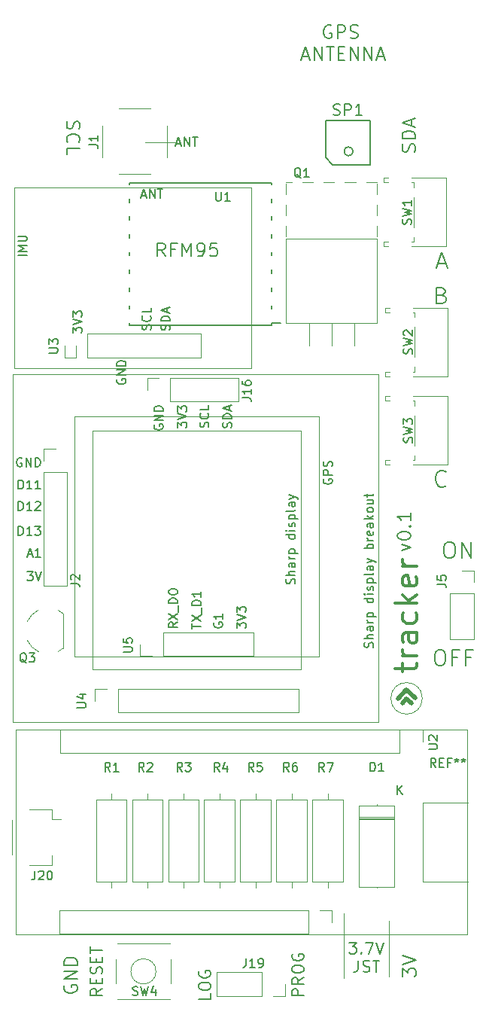
<source format=gbr>
%TF.GenerationSoftware,KiCad,Pcbnew,5.1.12-84ad8e8a86~92~ubuntu18.04.1*%
%TF.CreationDate,2022-01-05T22:45:31-05:00*%
%TF.ProjectId,remote,72656d6f-7465-42e6-9b69-6361645f7063,rev?*%
%TF.SameCoordinates,Original*%
%TF.FileFunction,Legend,Top*%
%TF.FilePolarity,Positive*%
%FSLAX46Y46*%
G04 Gerber Fmt 4.6, Leading zero omitted, Abs format (unit mm)*
G04 Created by KiCad (PCBNEW 5.1.12-84ad8e8a86~92~ubuntu18.04.1) date 2022-01-05 22:45:31*
%MOMM*%
%LPD*%
G01*
G04 APERTURE LIST*
%ADD10C,0.500000*%
%ADD11C,0.120000*%
%ADD12C,0.150000*%
%ADD13C,0.300000*%
%ADD14C,0.200000*%
%ADD15C,0.127000*%
G04 APERTURE END LIST*
D10*
X14000000Y-42200000D02*
X13450000Y-41700000D01*
X13000000Y-42200000D02*
X13450000Y-41700000D01*
D11*
X15217767Y-41632234D02*
G75*
G03*
X15217767Y-41632234I-1767767J0D01*
G01*
D12*
X12928571Y-24992857D02*
X13928571Y-24635714D01*
X12928571Y-24278571D01*
X12428571Y-23421428D02*
X12428571Y-23278571D01*
X12500000Y-23135714D01*
X12571428Y-23064285D01*
X12714285Y-22992857D01*
X13000000Y-22921428D01*
X13357142Y-22921428D01*
X13642857Y-22992857D01*
X13785714Y-23064285D01*
X13857142Y-23135714D01*
X13928571Y-23278571D01*
X13928571Y-23421428D01*
X13857142Y-23564285D01*
X13785714Y-23635714D01*
X13642857Y-23707142D01*
X13357142Y-23778571D01*
X13000000Y-23778571D01*
X12714285Y-23707142D01*
X12571428Y-23635714D01*
X12500000Y-23564285D01*
X12428571Y-23421428D01*
X13785714Y-22278571D02*
X13857142Y-22207142D01*
X13928571Y-22278571D01*
X13857142Y-22350000D01*
X13785714Y-22278571D01*
X13928571Y-22278571D01*
X13928571Y-20778571D02*
X13928571Y-21635714D01*
X13928571Y-21207142D02*
X12428571Y-21207142D01*
X12642857Y-21350000D01*
X12785714Y-21492857D01*
X12857142Y-21635714D01*
D10*
X12450000Y-41700000D02*
X13450000Y-40700000D01*
X14450000Y-41600000D02*
X13450000Y-40700000D01*
D13*
X12964285Y-38659523D02*
X12964285Y-37707142D01*
X12130952Y-38302380D02*
X14273809Y-38302380D01*
X14511904Y-38183333D01*
X14630952Y-37945238D01*
X14630952Y-37707142D01*
X14630952Y-36873809D02*
X12964285Y-36873809D01*
X13440476Y-36873809D02*
X13202380Y-36754761D01*
X13083333Y-36635714D01*
X12964285Y-36397619D01*
X12964285Y-36159523D01*
X14630952Y-34254761D02*
X13321428Y-34254761D01*
X13083333Y-34373809D01*
X12964285Y-34611904D01*
X12964285Y-35088095D01*
X13083333Y-35326190D01*
X14511904Y-34254761D02*
X14630952Y-34492857D01*
X14630952Y-35088095D01*
X14511904Y-35326190D01*
X14273809Y-35445238D01*
X14035714Y-35445238D01*
X13797619Y-35326190D01*
X13678571Y-35088095D01*
X13678571Y-34492857D01*
X13559523Y-34254761D01*
X14511904Y-31992857D02*
X14630952Y-32230952D01*
X14630952Y-32707142D01*
X14511904Y-32945238D01*
X14392857Y-33064285D01*
X14154761Y-33183333D01*
X13440476Y-33183333D01*
X13202380Y-33064285D01*
X13083333Y-32945238D01*
X12964285Y-32707142D01*
X12964285Y-32230952D01*
X13083333Y-31992857D01*
X14630952Y-30921428D02*
X12130952Y-30921428D01*
X13678571Y-30683333D02*
X14630952Y-29969047D01*
X12964285Y-29969047D02*
X13916666Y-30921428D01*
X14511904Y-27945238D02*
X14630952Y-28183333D01*
X14630952Y-28659523D01*
X14511904Y-28897619D01*
X14273809Y-29016666D01*
X13321428Y-29016666D01*
X13083333Y-28897619D01*
X12964285Y-28659523D01*
X12964285Y-28183333D01*
X13083333Y-27945238D01*
X13321428Y-27826190D01*
X13559523Y-27826190D01*
X13797619Y-29016666D01*
X14630952Y-26754761D02*
X12964285Y-26754761D01*
X13440476Y-26754761D02*
X13202380Y-26635714D01*
X13083333Y-26516666D01*
X12964285Y-26278571D01*
X12964285Y-26040476D01*
D12*
X-29297619Y8154761D02*
X-30297619Y8154761D01*
X-29297619Y8630952D02*
X-30297619Y8630952D01*
X-29583333Y8964285D01*
X-30297619Y9297619D01*
X-29297619Y9297619D01*
X-30297619Y9773809D02*
X-29488095Y9773809D01*
X-29392857Y9821428D01*
X-29345238Y9869047D01*
X-29297619Y9964285D01*
X-29297619Y10154761D01*
X-29345238Y10250000D01*
X-29392857Y10297619D01*
X-29488095Y10345238D01*
X-30297619Y10345238D01*
D14*
X14377142Y19828571D02*
X14448571Y20042857D01*
X14448571Y20400000D01*
X14377142Y20542857D01*
X14305714Y20614285D01*
X14162857Y20685714D01*
X14020000Y20685714D01*
X13877142Y20614285D01*
X13805714Y20542857D01*
X13734285Y20400000D01*
X13662857Y20114285D01*
X13591428Y19971428D01*
X13520000Y19900000D01*
X13377142Y19828571D01*
X13234285Y19828571D01*
X13091428Y19900000D01*
X13020000Y19971428D01*
X12948571Y20114285D01*
X12948571Y20471428D01*
X13020000Y20685714D01*
X14448571Y21328571D02*
X12948571Y21328571D01*
X12948571Y21685714D01*
X13020000Y21900000D01*
X13162857Y22042857D01*
X13305714Y22114285D01*
X13591428Y22185714D01*
X13805714Y22185714D01*
X14091428Y22114285D01*
X14234285Y22042857D01*
X14377142Y21900000D01*
X14448571Y21685714D01*
X14448571Y21328571D01*
X14020000Y22757142D02*
X14020000Y23471428D01*
X14448571Y22614285D02*
X12948571Y23114285D01*
X14448571Y23614285D01*
X-25050000Y-73912857D02*
X-25121428Y-74055714D01*
X-25121428Y-74270000D01*
X-25050000Y-74484285D01*
X-24907142Y-74627142D01*
X-24764285Y-74698571D01*
X-24478571Y-74770000D01*
X-24264285Y-74770000D01*
X-23978571Y-74698571D01*
X-23835714Y-74627142D01*
X-23692857Y-74484285D01*
X-23621428Y-74270000D01*
X-23621428Y-74127142D01*
X-23692857Y-73912857D01*
X-23764285Y-73841428D01*
X-24264285Y-73841428D01*
X-24264285Y-74127142D01*
X-23621428Y-73198571D02*
X-25121428Y-73198571D01*
X-23621428Y-72341428D01*
X-25121428Y-72341428D01*
X-23621428Y-71627142D02*
X-25121428Y-71627142D01*
X-25121428Y-71270000D01*
X-25050000Y-71055714D01*
X-24907142Y-70912857D01*
X-24764285Y-70841428D01*
X-24478571Y-70770000D01*
X-24264285Y-70770000D01*
X-23978571Y-70841428D01*
X-23835714Y-70912857D01*
X-23692857Y-71055714D01*
X-23621428Y-71270000D01*
X-23621428Y-71627142D01*
X13008571Y-72942857D02*
X13008571Y-72014285D01*
X13580000Y-72514285D01*
X13580000Y-72300000D01*
X13651428Y-72157142D01*
X13722857Y-72085714D01*
X13865714Y-72014285D01*
X14222857Y-72014285D01*
X14365714Y-72085714D01*
X14437142Y-72157142D01*
X14508571Y-72300000D01*
X14508571Y-72728571D01*
X14437142Y-72871428D01*
X14365714Y-72942857D01*
X13008571Y-71585714D02*
X14508571Y-71085714D01*
X13008571Y-70585714D01*
X-24737142Y23255714D02*
X-24808571Y23041428D01*
X-24808571Y22684285D01*
X-24737142Y22541428D01*
X-24665714Y22470000D01*
X-24522857Y22398571D01*
X-24380000Y22398571D01*
X-24237142Y22470000D01*
X-24165714Y22541428D01*
X-24094285Y22684285D01*
X-24022857Y22970000D01*
X-23951428Y23112857D01*
X-23880000Y23184285D01*
X-23737142Y23255714D01*
X-23594285Y23255714D01*
X-23451428Y23184285D01*
X-23380000Y23112857D01*
X-23308571Y22970000D01*
X-23308571Y22612857D01*
X-23380000Y22398571D01*
X-24665714Y20898571D02*
X-24737142Y20970000D01*
X-24808571Y21184285D01*
X-24808571Y21327142D01*
X-24737142Y21541428D01*
X-24594285Y21684285D01*
X-24451428Y21755714D01*
X-24165714Y21827142D01*
X-23951428Y21827142D01*
X-23665714Y21755714D01*
X-23522857Y21684285D01*
X-23380000Y21541428D01*
X-23308571Y21327142D01*
X-23308571Y21184285D01*
X-23380000Y20970000D01*
X-23451428Y20898571D01*
X-24808571Y19541428D02*
X-24808571Y20255714D01*
X-23308571Y20255714D01*
D12*
X1858095Y-75051428D02*
X558095Y-75051428D01*
X558095Y-74556190D01*
X619999Y-74432380D01*
X681904Y-74370476D01*
X805714Y-74308571D01*
X991428Y-74308571D01*
X1115238Y-74370476D01*
X1177142Y-74432380D01*
X1239047Y-74556190D01*
X1239047Y-75051428D01*
X1858095Y-73008571D02*
X1239047Y-73441904D01*
X1858095Y-73751428D02*
X558095Y-73751428D01*
X558095Y-73256190D01*
X620000Y-73132380D01*
X681904Y-73070476D01*
X805714Y-73008571D01*
X991428Y-73008571D01*
X1115238Y-73070476D01*
X1177142Y-73132380D01*
X1239047Y-73256190D01*
X1239047Y-73751428D01*
X558095Y-72203809D02*
X558095Y-71956190D01*
X620000Y-71832380D01*
X743809Y-71708571D01*
X991428Y-71646666D01*
X1424761Y-71646666D01*
X1672380Y-71708571D01*
X1796190Y-71832380D01*
X1858095Y-71956190D01*
X1858095Y-72203809D01*
X1796190Y-72327619D01*
X1672380Y-72451428D01*
X1424761Y-72513333D01*
X991428Y-72513333D01*
X743809Y-72451428D01*
X620000Y-72327619D01*
X558095Y-72203809D01*
X620000Y-70408571D02*
X558095Y-70532380D01*
X558095Y-70718095D01*
X620000Y-70903809D01*
X743809Y-71027619D01*
X867619Y-71089523D01*
X1115238Y-71151428D01*
X1300952Y-71151428D01*
X1548571Y-71089523D01*
X1672380Y-71027619D01*
X1796190Y-70903809D01*
X1858095Y-70718095D01*
X1858095Y-70594285D01*
X1796190Y-70408571D01*
X1734285Y-70346666D01*
X1300952Y-70346666D01*
X1300952Y-70594285D01*
X-8621904Y-74798571D02*
X-8621904Y-75417619D01*
X-9921904Y-75417619D01*
X-9921904Y-74117619D02*
X-9921904Y-73870000D01*
X-9860000Y-73746190D01*
X-9736190Y-73622380D01*
X-9488571Y-73560476D01*
X-9055238Y-73560476D01*
X-8807619Y-73622380D01*
X-8683809Y-73746190D01*
X-8621904Y-73870000D01*
X-8621904Y-74117619D01*
X-8683809Y-74241428D01*
X-8807619Y-74365238D01*
X-9055238Y-74427142D01*
X-9488571Y-74427142D01*
X-9736190Y-74365238D01*
X-9860000Y-74241428D01*
X-9921904Y-74117619D01*
X-9860000Y-72322380D02*
X-9921904Y-72446190D01*
X-9921904Y-72631904D01*
X-9860000Y-72817619D01*
X-9736190Y-72941428D01*
X-9612380Y-73003333D01*
X-9364761Y-73065238D01*
X-9179047Y-73065238D01*
X-8931428Y-73003333D01*
X-8807619Y-72941428D01*
X-8683809Y-72817619D01*
X-8621904Y-72631904D01*
X-8621904Y-72508095D01*
X-8683809Y-72322380D01*
X-8745714Y-72260476D01*
X-9179047Y-72260476D01*
X-9179047Y-72508095D01*
D11*
X-15940000Y20930000D02*
X-12660000Y20930000D01*
D12*
X-12462857Y20763333D02*
X-11986666Y20763333D01*
X-12558095Y20477619D02*
X-12224761Y21477619D01*
X-11891428Y20477619D01*
X-11558095Y20477619D02*
X-11558095Y21477619D01*
X-10986666Y20477619D01*
X-10986666Y21477619D01*
X-10653333Y21477619D02*
X-10081904Y21477619D01*
X-10367619Y20477619D02*
X-10367619Y21477619D01*
X1692857Y30540000D02*
X2407142Y30540000D01*
X1550000Y30111428D02*
X2050000Y31611428D01*
X2550000Y30111428D01*
X3050000Y30111428D02*
X3050000Y31611428D01*
X3907142Y30111428D01*
X3907142Y31611428D01*
X4407142Y31611428D02*
X5264285Y31611428D01*
X4835714Y30111428D02*
X4835714Y31611428D01*
X5764285Y30897142D02*
X6264285Y30897142D01*
X6478571Y30111428D02*
X5764285Y30111428D01*
X5764285Y31611428D01*
X6478571Y31611428D01*
X7121428Y30111428D02*
X7121428Y31611428D01*
X7978571Y30111428D01*
X7978571Y31611428D01*
X8692857Y30111428D02*
X8692857Y31611428D01*
X9550000Y30111428D01*
X9550000Y31611428D01*
X10192857Y30540000D02*
X10907142Y30540000D01*
X10050000Y30111428D02*
X10550000Y31611428D01*
X11050000Y30111428D01*
X4968571Y33990000D02*
X4825714Y34061428D01*
X4611428Y34061428D01*
X4397142Y33990000D01*
X4254285Y33847142D01*
X4182857Y33704285D01*
X4111428Y33418571D01*
X4111428Y33204285D01*
X4182857Y32918571D01*
X4254285Y32775714D01*
X4397142Y32632857D01*
X4611428Y32561428D01*
X4754285Y32561428D01*
X4968571Y32632857D01*
X5040000Y32704285D01*
X5040000Y33204285D01*
X4754285Y33204285D01*
X5682857Y32561428D02*
X5682857Y34061428D01*
X6254285Y34061428D01*
X6397142Y33990000D01*
X6468571Y33918571D01*
X6540000Y33775714D01*
X6540000Y33561428D01*
X6468571Y33418571D01*
X6397142Y33347142D01*
X6254285Y33275714D01*
X5682857Y33275714D01*
X7111428Y32632857D02*
X7325714Y32561428D01*
X7682857Y32561428D01*
X7825714Y32632857D01*
X7897142Y32704285D01*
X7968571Y32847142D01*
X7968571Y32990000D01*
X7897142Y33132857D01*
X7825714Y33204285D01*
X7682857Y33275714D01*
X7397142Y33347142D01*
X7254285Y33418571D01*
X7182857Y33490000D01*
X7111428Y33632857D01*
X7111428Y33775714D01*
X7182857Y33918571D01*
X7254285Y33990000D01*
X7397142Y34061428D01*
X7754285Y34061428D01*
X7968571Y33990000D01*
X-13714285Y8071428D02*
X-14214285Y8785714D01*
X-14571428Y8071428D02*
X-14571428Y9571428D01*
X-14000000Y9571428D01*
X-13857142Y9500000D01*
X-13785714Y9428571D01*
X-13714285Y9285714D01*
X-13714285Y9071428D01*
X-13785714Y8928571D01*
X-13857142Y8857142D01*
X-14000000Y8785714D01*
X-14571428Y8785714D01*
X-12571428Y8857142D02*
X-13071428Y8857142D01*
X-13071428Y8071428D02*
X-13071428Y9571428D01*
X-12357142Y9571428D01*
X-11785714Y8071428D02*
X-11785714Y9571428D01*
X-11285714Y8500000D01*
X-10785714Y9571428D01*
X-10785714Y8071428D01*
X-10000000Y8071428D02*
X-9714285Y8071428D01*
X-9571428Y8142857D01*
X-9500000Y8214285D01*
X-9357142Y8428571D01*
X-9285714Y8714285D01*
X-9285714Y9285714D01*
X-9357142Y9428571D01*
X-9428571Y9500000D01*
X-9571428Y9571428D01*
X-9857142Y9571428D01*
X-10000000Y9500000D01*
X-10071428Y9428571D01*
X-10142857Y9285714D01*
X-10142857Y8928571D01*
X-10071428Y8785714D01*
X-10000000Y8714285D01*
X-9857142Y8642857D01*
X-9571428Y8642857D01*
X-9428571Y8714285D01*
X-9357142Y8785714D01*
X-9285714Y8928571D01*
X-7928571Y9571428D02*
X-8642857Y9571428D01*
X-8714285Y8857142D01*
X-8642857Y8928571D01*
X-8500000Y9000000D01*
X-8142857Y9000000D01*
X-8000000Y8928571D01*
X-7928571Y8857142D01*
X-7857142Y8714285D01*
X-7857142Y8357142D01*
X-7928571Y8214285D01*
X-8000000Y8142857D01*
X-8142857Y8071428D01*
X-8500000Y8071428D01*
X-8642857Y8142857D01*
X-8714285Y8214285D01*
X-16382857Y14903333D02*
X-15906666Y14903333D01*
X-16478095Y14617619D02*
X-16144761Y15617619D01*
X-15811428Y14617619D01*
X-15478095Y14617619D02*
X-15478095Y15617619D01*
X-14906666Y14617619D01*
X-14906666Y15617619D01*
X-14573333Y15617619D02*
X-14001904Y15617619D01*
X-14287619Y14617619D02*
X-14287619Y15617619D01*
X17001428Y7270000D02*
X17858571Y7270000D01*
X16830000Y6755714D02*
X17430000Y8555714D01*
X18030000Y6755714D01*
X17430000Y3698571D02*
X17687143Y3612857D01*
X17772857Y3527142D01*
X17858571Y3355714D01*
X17858571Y3098571D01*
X17772857Y2927142D01*
X17687143Y2841428D01*
X17515714Y2755714D01*
X16830000Y2755714D01*
X16830000Y4555714D01*
X17430000Y4555714D01*
X17601429Y4470000D01*
X17687143Y4384285D01*
X17772857Y4212857D01*
X17772857Y4041428D01*
X17687143Y3870000D01*
X17601429Y3784285D01*
X17430000Y3698571D01*
X16830000Y3698571D01*
X17858571Y-17672857D02*
X17772857Y-17758571D01*
X17515714Y-17844285D01*
X17344286Y-17844285D01*
X17087143Y-17758571D01*
X16915714Y-17587142D01*
X16830000Y-17415714D01*
X16744286Y-17072857D01*
X16744286Y-16815714D01*
X16830000Y-16472857D01*
X16915714Y-16301428D01*
X17087143Y-16130000D01*
X17344286Y-16044285D01*
X17515714Y-16044285D01*
X17772857Y-16130000D01*
X17858571Y-16215714D01*
D14*
X17035714Y-36154285D02*
X17378571Y-36154285D01*
X17550000Y-36240000D01*
X17721428Y-36411428D01*
X17807142Y-36754285D01*
X17807142Y-37354285D01*
X17721428Y-37697142D01*
X17550000Y-37868571D01*
X17378571Y-37954285D01*
X17035714Y-37954285D01*
X16864285Y-37868571D01*
X16692857Y-37697142D01*
X16607142Y-37354285D01*
X16607142Y-36754285D01*
X16692857Y-36411428D01*
X16864285Y-36240000D01*
X17035714Y-36154285D01*
X19178571Y-37011428D02*
X18578571Y-37011428D01*
X18578571Y-37954285D02*
X18578571Y-36154285D01*
X19435714Y-36154285D01*
X20721428Y-37011428D02*
X20121428Y-37011428D01*
X20121428Y-37954285D02*
X20121428Y-36154285D01*
X20978571Y-36154285D01*
X18105714Y-24084285D02*
X18448571Y-24084285D01*
X18620000Y-24170000D01*
X18791428Y-24341428D01*
X18877142Y-24684285D01*
X18877142Y-25284285D01*
X18791428Y-25627142D01*
X18620000Y-25798571D01*
X18448571Y-25884285D01*
X18105714Y-25884285D01*
X17934285Y-25798571D01*
X17762857Y-25627142D01*
X17677142Y-25284285D01*
X17677142Y-24684285D01*
X17762857Y-24341428D01*
X17934285Y-24170000D01*
X18105714Y-24084285D01*
X19648571Y-25884285D02*
X19648571Y-24084285D01*
X20677142Y-25884285D01*
X20677142Y-24084285D01*
D12*
X-20811904Y-74268095D02*
X-21430952Y-74701428D01*
X-20811904Y-75010952D02*
X-22111904Y-75010952D01*
X-22111904Y-74515714D01*
X-22050000Y-74391904D01*
X-21988095Y-74330000D01*
X-21864285Y-74268095D01*
X-21678571Y-74268095D01*
X-21554761Y-74330000D01*
X-21492857Y-74391904D01*
X-21430952Y-74515714D01*
X-21430952Y-75010952D01*
X-21492857Y-73710952D02*
X-21492857Y-73277619D01*
X-20811904Y-73091904D02*
X-20811904Y-73710952D01*
X-22111904Y-73710952D01*
X-22111904Y-73091904D01*
X-20873809Y-72596666D02*
X-20811904Y-72410952D01*
X-20811904Y-72101428D01*
X-20873809Y-71977619D01*
X-20935714Y-71915714D01*
X-21059523Y-71853809D01*
X-21183333Y-71853809D01*
X-21307142Y-71915714D01*
X-21369047Y-71977619D01*
X-21430952Y-72101428D01*
X-21492857Y-72349047D01*
X-21554761Y-72472857D01*
X-21616666Y-72534761D01*
X-21740476Y-72596666D01*
X-21864285Y-72596666D01*
X-21988095Y-72534761D01*
X-22050000Y-72472857D01*
X-22111904Y-72349047D01*
X-22111904Y-72039523D01*
X-22050000Y-71853809D01*
X-21492857Y-71296666D02*
X-21492857Y-70863333D01*
X-20811904Y-70677619D02*
X-20811904Y-71296666D01*
X-22111904Y-71296666D01*
X-22111904Y-70677619D01*
X-22111904Y-70306190D02*
X-22111904Y-69563333D01*
X-20811904Y-69934761D02*
X-22111904Y-69934761D01*
X-24097619Y-538095D02*
X-24097619Y80952D01*
X-23716666Y-252380D01*
X-23716666Y-109523D01*
X-23669047Y-14285D01*
X-23621428Y33333D01*
X-23526190Y80952D01*
X-23288095Y80952D01*
X-23192857Y33333D01*
X-23145238Y-14285D01*
X-23097619Y-109523D01*
X-23097619Y-395238D01*
X-23145238Y-490476D01*
X-23192857Y-538095D01*
X-24097619Y366666D02*
X-23097619Y700000D01*
X-24097619Y1033333D01*
X-24097619Y1271428D02*
X-24097619Y1890476D01*
X-23716666Y1557142D01*
X-23716666Y1700000D01*
X-23669047Y1795238D01*
X-23621428Y1842857D01*
X-23526190Y1890476D01*
X-23288095Y1890476D01*
X-23192857Y1842857D01*
X-23145238Y1795238D01*
X-23097619Y1700000D01*
X-23097619Y1414285D01*
X-23145238Y1319047D01*
X-23192857Y1271428D01*
X-19100000Y-5751904D02*
X-19147619Y-5847142D01*
X-19147619Y-5990000D01*
X-19100000Y-6132857D01*
X-19004761Y-6228095D01*
X-18909523Y-6275714D01*
X-18719047Y-6323333D01*
X-18576190Y-6323333D01*
X-18385714Y-6275714D01*
X-18290476Y-6228095D01*
X-18195238Y-6132857D01*
X-18147619Y-5990000D01*
X-18147619Y-5894761D01*
X-18195238Y-5751904D01*
X-18242857Y-5704285D01*
X-18576190Y-5704285D01*
X-18576190Y-5894761D01*
X-18147619Y-5275714D02*
X-19147619Y-5275714D01*
X-18147619Y-4704285D01*
X-19147619Y-4704285D01*
X-18147619Y-4228095D02*
X-19147619Y-4228095D01*
X-19147619Y-3990000D01*
X-19100000Y-3847142D01*
X-19004761Y-3751904D01*
X-18909523Y-3704285D01*
X-18719047Y-3656666D01*
X-18576190Y-3656666D01*
X-18385714Y-3704285D01*
X-18290476Y-3751904D01*
X-18195238Y-3847142D01*
X-18147619Y-3990000D01*
X-18147619Y-4228095D01*
X-15365238Y-190476D02*
X-15317619Y-47619D01*
X-15317619Y190476D01*
X-15365238Y285714D01*
X-15412857Y333333D01*
X-15508095Y380952D01*
X-15603333Y380952D01*
X-15698571Y333333D01*
X-15746190Y285714D01*
X-15793809Y190476D01*
X-15841428Y0D01*
X-15889047Y-95238D01*
X-15936666Y-142857D01*
X-16031904Y-190476D01*
X-16127142Y-190476D01*
X-16222380Y-142857D01*
X-16270000Y-95238D01*
X-16317619Y0D01*
X-16317619Y238095D01*
X-16270000Y380952D01*
X-15412857Y1380952D02*
X-15365238Y1333333D01*
X-15317619Y1190476D01*
X-15317619Y1095238D01*
X-15365238Y952380D01*
X-15460476Y857142D01*
X-15555714Y809523D01*
X-15746190Y761904D01*
X-15889047Y761904D01*
X-16079523Y809523D01*
X-16174761Y857142D01*
X-16270000Y952380D01*
X-16317619Y1095238D01*
X-16317619Y1190476D01*
X-16270000Y1333333D01*
X-16222380Y1380952D01*
X-15317619Y2285714D02*
X-15317619Y1809523D01*
X-16317619Y1809523D01*
X-13235238Y-214285D02*
X-13187619Y-71428D01*
X-13187619Y166666D01*
X-13235238Y261904D01*
X-13282857Y309523D01*
X-13378095Y357142D01*
X-13473333Y357142D01*
X-13568571Y309523D01*
X-13616190Y261904D01*
X-13663809Y166666D01*
X-13711428Y-23809D01*
X-13759047Y-119047D01*
X-13806666Y-166666D01*
X-13901904Y-214285D01*
X-13997142Y-214285D01*
X-14092380Y-166666D01*
X-14140000Y-119047D01*
X-14187619Y-23809D01*
X-14187619Y214285D01*
X-14140000Y357142D01*
X-13187619Y785714D02*
X-14187619Y785714D01*
X-14187619Y1023809D01*
X-14140000Y1166666D01*
X-14044761Y1261904D01*
X-13949523Y1309523D01*
X-13759047Y1357142D01*
X-13616190Y1357142D01*
X-13425714Y1309523D01*
X-13330476Y1261904D01*
X-13235238Y1166666D01*
X-13187619Y1023809D01*
X-13187619Y785714D01*
X-13473333Y1738095D02*
X-13473333Y2214285D01*
X-13187619Y1642857D02*
X-14187619Y1976190D01*
X-13187619Y2309523D01*
X-8875238Y-11147619D02*
X-8827619Y-11004762D01*
X-8827619Y-10766666D01*
X-8875238Y-10671428D01*
X-8922857Y-10623809D01*
X-9018095Y-10576190D01*
X-9113333Y-10576190D01*
X-9208571Y-10623809D01*
X-9256190Y-10671428D01*
X-9303809Y-10766666D01*
X-9351428Y-10957143D01*
X-9399047Y-11052381D01*
X-9446666Y-11100000D01*
X-9541904Y-11147619D01*
X-9637142Y-11147619D01*
X-9732380Y-11100000D01*
X-9780000Y-11052381D01*
X-9827619Y-10957143D01*
X-9827619Y-10719047D01*
X-9780000Y-10576190D01*
X-8922857Y-9576190D02*
X-8875238Y-9623809D01*
X-8827619Y-9766666D01*
X-8827619Y-9861904D01*
X-8875238Y-10004762D01*
X-8970476Y-10100000D01*
X-9065714Y-10147619D01*
X-9256190Y-10195238D01*
X-9399047Y-10195238D01*
X-9589523Y-10147619D01*
X-9684761Y-10100000D01*
X-9780000Y-10004762D01*
X-9827619Y-9861904D01*
X-9827619Y-9766666D01*
X-9780000Y-9623809D01*
X-9732380Y-9576190D01*
X-8827619Y-8671428D02*
X-8827619Y-9147619D01*
X-9827619Y-9147619D01*
X-14920000Y-10861904D02*
X-14967619Y-10957142D01*
X-14967619Y-11100000D01*
X-14920000Y-11242857D01*
X-14824761Y-11338095D01*
X-14729523Y-11385714D01*
X-14539047Y-11433333D01*
X-14396190Y-11433333D01*
X-14205714Y-11385714D01*
X-14110476Y-11338095D01*
X-14015238Y-11242857D01*
X-13967619Y-11100000D01*
X-13967619Y-11004761D01*
X-14015238Y-10861904D01*
X-14062857Y-10814285D01*
X-14396190Y-10814285D01*
X-14396190Y-11004761D01*
X-13967619Y-10385714D02*
X-14967619Y-10385714D01*
X-13967619Y-9814285D01*
X-14967619Y-9814285D01*
X-13967619Y-9338095D02*
X-14967619Y-9338095D01*
X-14967619Y-9100000D01*
X-14920000Y-8957142D01*
X-14824761Y-8861904D01*
X-14729523Y-8814285D01*
X-14539047Y-8766666D01*
X-14396190Y-8766666D01*
X-14205714Y-8814285D01*
X-14110476Y-8861904D01*
X-14015238Y-8957142D01*
X-13967619Y-9100000D01*
X-13967619Y-9338095D01*
X-12297619Y-11195238D02*
X-12297619Y-10576190D01*
X-11916666Y-10909523D01*
X-11916666Y-10766666D01*
X-11869047Y-10671428D01*
X-11821428Y-10623809D01*
X-11726190Y-10576190D01*
X-11488095Y-10576190D01*
X-11392857Y-10623809D01*
X-11345238Y-10671428D01*
X-11297619Y-10766666D01*
X-11297619Y-11052381D01*
X-11345238Y-11147619D01*
X-11392857Y-11195238D01*
X-12297619Y-10290476D02*
X-11297619Y-9957143D01*
X-12297619Y-9623809D01*
X-12297619Y-9385714D02*
X-12297619Y-8766666D01*
X-11916666Y-9100000D01*
X-11916666Y-8957143D01*
X-11869047Y-8861904D01*
X-11821428Y-8814285D01*
X-11726190Y-8766666D01*
X-11488095Y-8766666D01*
X-11392857Y-8814285D01*
X-11345238Y-8861904D01*
X-11297619Y-8957143D01*
X-11297619Y-9242857D01*
X-11345238Y-9338095D01*
X-11392857Y-9385714D01*
X-6285238Y-11195237D02*
X-6237619Y-11052380D01*
X-6237619Y-10814285D01*
X-6285238Y-10719047D01*
X-6332857Y-10671428D01*
X-6428095Y-10623809D01*
X-6523333Y-10623809D01*
X-6618571Y-10671428D01*
X-6666190Y-10719047D01*
X-6713809Y-10814285D01*
X-6761428Y-11004761D01*
X-6809047Y-11099999D01*
X-6856666Y-11147618D01*
X-6951904Y-11195237D01*
X-7047142Y-11195237D01*
X-7142380Y-11147618D01*
X-7190000Y-11099999D01*
X-7237619Y-11004761D01*
X-7237619Y-10766666D01*
X-7190000Y-10623809D01*
X-6237619Y-10195237D02*
X-7237619Y-10195237D01*
X-7237619Y-9957142D01*
X-7190000Y-9814285D01*
X-7094761Y-9719047D01*
X-6999523Y-9671428D01*
X-6809047Y-9623809D01*
X-6666190Y-9623809D01*
X-6475714Y-9671428D01*
X-6380476Y-9719047D01*
X-6285238Y-9814285D01*
X-6237619Y-9957142D01*
X-6237619Y-10195237D01*
X-6523333Y-9242856D02*
X-6523333Y-8766666D01*
X-6237619Y-9338094D02*
X-7237619Y-9004761D01*
X-6237619Y-8671428D01*
X-8220000Y-33129047D02*
X-8267619Y-33224285D01*
X-8267619Y-33367142D01*
X-8220000Y-33510000D01*
X-8124761Y-33605238D01*
X-8029523Y-33652857D01*
X-7839047Y-33700476D01*
X-7696190Y-33700476D01*
X-7505714Y-33652857D01*
X-7410476Y-33605238D01*
X-7315238Y-33510000D01*
X-7267619Y-33367142D01*
X-7267619Y-33271904D01*
X-7315238Y-33129047D01*
X-7362857Y-33081428D01*
X-7696190Y-33081428D01*
X-7696190Y-33271904D01*
X-7267619Y-32129047D02*
X-7267619Y-32700476D01*
X-7267619Y-32414762D02*
X-8267619Y-32414762D01*
X-8124761Y-32510000D01*
X-8029523Y-32605238D01*
X-7981904Y-32700476D01*
X-10687619Y-33795714D02*
X-10687619Y-33224286D01*
X-9687619Y-33510000D02*
X-10687619Y-33510000D01*
X-10687619Y-32986190D02*
X-9687619Y-32319524D01*
X-10687619Y-32319524D02*
X-9687619Y-32986190D01*
X-9592380Y-32176667D02*
X-9592380Y-31414762D01*
X-9687619Y-31176667D02*
X-10687619Y-31176667D01*
X-10687619Y-30938571D01*
X-10640000Y-30795714D01*
X-10544761Y-30700476D01*
X-10449523Y-30652857D01*
X-10259047Y-30605238D01*
X-10116190Y-30605238D01*
X-9925714Y-30652857D01*
X-9830476Y-30700476D01*
X-9735238Y-30795714D01*
X-9687619Y-30938571D01*
X-9687619Y-31176667D01*
X-9687619Y-29652857D02*
X-9687619Y-30224286D01*
X-9687619Y-29938571D02*
X-10687619Y-29938571D01*
X-10544761Y-30033809D01*
X-10449523Y-30129047D01*
X-10401904Y-30224286D01*
X-12317619Y-33081428D02*
X-12793809Y-33414761D01*
X-12317619Y-33652857D02*
X-13317619Y-33652857D01*
X-13317619Y-33271904D01*
X-13270000Y-33176666D01*
X-13222380Y-33129047D01*
X-13127142Y-33081428D01*
X-12984285Y-33081428D01*
X-12889047Y-33129047D01*
X-12841428Y-33176666D01*
X-12793809Y-33271904D01*
X-12793809Y-33652857D01*
X-13317619Y-32748095D02*
X-12317619Y-32081428D01*
X-13317619Y-32081428D02*
X-12317619Y-32748095D01*
X-12222380Y-31938571D02*
X-12222380Y-31176666D01*
X-12317619Y-30938571D02*
X-13317619Y-30938571D01*
X-13317619Y-30700476D01*
X-13270000Y-30557619D01*
X-13174761Y-30462380D01*
X-13079523Y-30414761D01*
X-12889047Y-30367142D01*
X-12746190Y-30367142D01*
X-12555714Y-30414761D01*
X-12460476Y-30462380D01*
X-12365238Y-30557619D01*
X-12317619Y-30700476D01*
X-12317619Y-30938571D01*
X-13317619Y-29748095D02*
X-13317619Y-29557619D01*
X-13270000Y-29462380D01*
X-13174761Y-29367142D01*
X-12984285Y-29319523D01*
X-12650952Y-29319523D01*
X-12460476Y-29367142D01*
X-12365238Y-29462380D01*
X-12317619Y-29557619D01*
X-12317619Y-29748095D01*
X-12365238Y-29843333D01*
X-12460476Y-29938571D01*
X-12650952Y-29986190D01*
X-12984285Y-29986190D01*
X-13174761Y-29938571D01*
X-13270000Y-29843333D01*
X-13317619Y-29748095D01*
X-29861904Y-14630000D02*
X-29957142Y-14582380D01*
X-30100000Y-14582380D01*
X-30242857Y-14630000D01*
X-30338095Y-14725238D01*
X-30385714Y-14820476D01*
X-30433333Y-15010952D01*
X-30433333Y-15153809D01*
X-30385714Y-15344285D01*
X-30338095Y-15439523D01*
X-30242857Y-15534761D01*
X-30100000Y-15582380D01*
X-30004761Y-15582380D01*
X-29861904Y-15534761D01*
X-29814285Y-15487142D01*
X-29814285Y-15153809D01*
X-30004761Y-15153809D01*
X-29385714Y-15582380D02*
X-29385714Y-14582380D01*
X-28814285Y-15582380D01*
X-28814285Y-14582380D01*
X-28338095Y-15582380D02*
X-28338095Y-14582380D01*
X-28100000Y-14582380D01*
X-27957142Y-14630000D01*
X-27861904Y-14725238D01*
X-27814285Y-14820476D01*
X-27766666Y-15010952D01*
X-27766666Y-15153809D01*
X-27814285Y-15344285D01*
X-27861904Y-15439523D01*
X-27957142Y-15534761D01*
X-28100000Y-15582380D01*
X-28338095Y-15582380D01*
X-30242856Y-18092380D02*
X-30242856Y-17092380D01*
X-30004761Y-17092380D01*
X-29861904Y-17140000D01*
X-29766666Y-17235238D01*
X-29719047Y-17330476D01*
X-29671428Y-17520952D01*
X-29671428Y-17663809D01*
X-29719047Y-17854285D01*
X-29766666Y-17949523D01*
X-29861904Y-18044761D01*
X-30004761Y-18092380D01*
X-30242856Y-18092380D01*
X-28719047Y-18092380D02*
X-29290475Y-18092380D01*
X-29004761Y-18092380D02*
X-29004761Y-17092380D01*
X-29099999Y-17235238D01*
X-29195237Y-17330476D01*
X-29290475Y-17378095D01*
X-27766666Y-18092380D02*
X-28338094Y-18092380D01*
X-28052380Y-18092380D02*
X-28052380Y-17092380D01*
X-28147618Y-17235238D01*
X-28242856Y-17330476D01*
X-28338094Y-17378095D01*
X-30242856Y-20512380D02*
X-30242856Y-19512380D01*
X-30004761Y-19512380D01*
X-29861904Y-19560000D01*
X-29766666Y-19655238D01*
X-29719047Y-19750476D01*
X-29671428Y-19940952D01*
X-29671428Y-20083809D01*
X-29719047Y-20274285D01*
X-29766666Y-20369523D01*
X-29861904Y-20464761D01*
X-30004761Y-20512380D01*
X-30242856Y-20512380D01*
X-28719047Y-20512380D02*
X-29290475Y-20512380D01*
X-29004761Y-20512380D02*
X-29004761Y-19512380D01*
X-29099999Y-19655238D01*
X-29195237Y-19750476D01*
X-29290475Y-19798095D01*
X-28338094Y-19607619D02*
X-28290475Y-19560000D01*
X-28195237Y-19512380D01*
X-27957142Y-19512380D01*
X-27861904Y-19560000D01*
X-27814285Y-19607619D01*
X-27766666Y-19702857D01*
X-27766666Y-19798095D01*
X-27814285Y-19940952D01*
X-28385713Y-20512380D01*
X-27766666Y-20512380D01*
X-30242856Y-23282380D02*
X-30242856Y-22282380D01*
X-30004761Y-22282380D01*
X-29861904Y-22330000D01*
X-29766666Y-22425238D01*
X-29719047Y-22520476D01*
X-29671428Y-22710952D01*
X-29671428Y-22853809D01*
X-29719047Y-23044285D01*
X-29766666Y-23139523D01*
X-29861904Y-23234761D01*
X-30004761Y-23282380D01*
X-30242856Y-23282380D01*
X-28719047Y-23282380D02*
X-29290475Y-23282380D01*
X-29004761Y-23282380D02*
X-29004761Y-22282380D01*
X-29099999Y-22425238D01*
X-29195237Y-22520476D01*
X-29290475Y-22568095D01*
X-28385713Y-22282380D02*
X-27766666Y-22282380D01*
X-28099999Y-22663333D01*
X-27957142Y-22663333D01*
X-27861904Y-22710952D01*
X-27814285Y-22758571D01*
X-27766666Y-22853809D01*
X-27766666Y-23091904D01*
X-27814285Y-23187142D01*
X-27861904Y-23234761D01*
X-27957142Y-23282380D01*
X-28242856Y-23282380D01*
X-28338094Y-23234761D01*
X-28385713Y-23187142D01*
X-29195237Y-25446666D02*
X-28719047Y-25446666D01*
X-29290475Y-25732380D02*
X-28957142Y-24732380D01*
X-28623809Y-25732380D01*
X-27766666Y-25732380D02*
X-28338094Y-25732380D01*
X-28052380Y-25732380D02*
X-28052380Y-24732380D01*
X-28147618Y-24875238D01*
X-28242856Y-24970476D01*
X-28338094Y-25018095D01*
X-29242856Y-27402380D02*
X-28623809Y-27402380D01*
X-28957142Y-27783333D01*
X-28814285Y-27783333D01*
X-28719047Y-27830952D01*
X-28671428Y-27878571D01*
X-28623809Y-27973809D01*
X-28623809Y-28211904D01*
X-28671428Y-28307142D01*
X-28719047Y-28354761D01*
X-28814285Y-28402380D01*
X-29099999Y-28402380D01*
X-29195237Y-28354761D01*
X-29242856Y-28307142D01*
X-28338094Y-27402380D02*
X-28004761Y-28402380D01*
X-27671428Y-27402380D01*
X9644761Y-35905238D02*
X9692380Y-35762380D01*
X9692380Y-35524285D01*
X9644761Y-35429047D01*
X9597142Y-35381428D01*
X9501904Y-35333809D01*
X9406666Y-35333809D01*
X9311428Y-35381428D01*
X9263809Y-35429047D01*
X9216190Y-35524285D01*
X9168571Y-35714761D01*
X9120952Y-35810000D01*
X9073333Y-35857619D01*
X8978095Y-35905238D01*
X8882857Y-35905238D01*
X8787619Y-35857619D01*
X8740000Y-35810000D01*
X8692380Y-35714761D01*
X8692380Y-35476666D01*
X8740000Y-35333809D01*
X9692380Y-34905238D02*
X8692380Y-34905238D01*
X9692380Y-34476666D02*
X9168571Y-34476666D01*
X9073333Y-34524285D01*
X9025714Y-34619523D01*
X9025714Y-34762380D01*
X9073333Y-34857619D01*
X9120952Y-34905238D01*
X9692380Y-33571904D02*
X9168571Y-33571904D01*
X9073333Y-33619523D01*
X9025714Y-33714761D01*
X9025714Y-33905238D01*
X9073333Y-34000476D01*
X9644761Y-33571904D02*
X9692380Y-33667142D01*
X9692380Y-33905238D01*
X9644761Y-34000476D01*
X9549523Y-34048095D01*
X9454285Y-34048095D01*
X9359047Y-34000476D01*
X9311428Y-33905238D01*
X9311428Y-33667142D01*
X9263809Y-33571904D01*
X9692380Y-33095714D02*
X9025714Y-33095714D01*
X9216190Y-33095714D02*
X9120952Y-33048095D01*
X9073333Y-33000476D01*
X9025714Y-32905238D01*
X9025714Y-32810000D01*
X9025714Y-32476666D02*
X10025714Y-32476666D01*
X9073333Y-32476666D02*
X9025714Y-32381428D01*
X9025714Y-32190952D01*
X9073333Y-32095714D01*
X9120952Y-32048095D01*
X9216190Y-32000476D01*
X9501904Y-32000476D01*
X9597142Y-32048095D01*
X9644761Y-32095714D01*
X9692380Y-32190952D01*
X9692380Y-32381428D01*
X9644761Y-32476666D01*
X9692380Y-30381428D02*
X8692380Y-30381428D01*
X9644761Y-30381428D02*
X9692380Y-30476666D01*
X9692380Y-30667142D01*
X9644761Y-30762380D01*
X9597142Y-30810000D01*
X9501904Y-30857619D01*
X9216190Y-30857619D01*
X9120952Y-30810000D01*
X9073333Y-30762380D01*
X9025714Y-30667142D01*
X9025714Y-30476666D01*
X9073333Y-30381428D01*
X9692380Y-29905238D02*
X9025714Y-29905238D01*
X8692380Y-29905238D02*
X8740000Y-29952857D01*
X8787619Y-29905238D01*
X8740000Y-29857619D01*
X8692380Y-29905238D01*
X8787619Y-29905238D01*
X9644761Y-29476666D02*
X9692380Y-29381428D01*
X9692380Y-29190952D01*
X9644761Y-29095714D01*
X9549523Y-29048095D01*
X9501904Y-29048095D01*
X9406666Y-29095714D01*
X9359047Y-29190952D01*
X9359047Y-29333809D01*
X9311428Y-29429047D01*
X9216190Y-29476666D01*
X9168571Y-29476666D01*
X9073333Y-29429047D01*
X9025714Y-29333809D01*
X9025714Y-29190952D01*
X9073333Y-29095714D01*
X9025714Y-28619523D02*
X10025714Y-28619523D01*
X9073333Y-28619523D02*
X9025714Y-28524285D01*
X9025714Y-28333809D01*
X9073333Y-28238571D01*
X9120952Y-28190952D01*
X9216190Y-28143333D01*
X9501904Y-28143333D01*
X9597142Y-28190952D01*
X9644761Y-28238571D01*
X9692380Y-28333809D01*
X9692380Y-28524285D01*
X9644761Y-28619523D01*
X9692380Y-27571904D02*
X9644761Y-27667142D01*
X9549523Y-27714761D01*
X8692380Y-27714761D01*
X9692380Y-26762380D02*
X9168571Y-26762380D01*
X9073333Y-26810000D01*
X9025714Y-26905238D01*
X9025714Y-27095714D01*
X9073333Y-27190952D01*
X9644761Y-26762380D02*
X9692380Y-26857619D01*
X9692380Y-27095714D01*
X9644761Y-27190952D01*
X9549523Y-27238571D01*
X9454285Y-27238571D01*
X9359047Y-27190952D01*
X9311428Y-27095714D01*
X9311428Y-26857619D01*
X9263809Y-26762380D01*
X9025714Y-26381428D02*
X9692380Y-26143333D01*
X9025714Y-25905238D02*
X9692380Y-26143333D01*
X9930476Y-26238571D01*
X9978095Y-26286190D01*
X10025714Y-26381428D01*
X9692380Y-24762380D02*
X8692380Y-24762380D01*
X9073333Y-24762380D02*
X9025714Y-24667142D01*
X9025714Y-24476666D01*
X9073333Y-24381428D01*
X9120952Y-24333809D01*
X9216190Y-24286190D01*
X9501904Y-24286190D01*
X9597142Y-24333809D01*
X9644761Y-24381428D01*
X9692380Y-24476666D01*
X9692380Y-24667142D01*
X9644761Y-24762380D01*
X9692380Y-23857619D02*
X9025714Y-23857619D01*
X9216190Y-23857619D02*
X9120952Y-23810000D01*
X9073333Y-23762380D01*
X9025714Y-23667142D01*
X9025714Y-23571904D01*
X9644761Y-22857619D02*
X9692380Y-22952857D01*
X9692380Y-23143333D01*
X9644761Y-23238571D01*
X9549523Y-23286190D01*
X9168571Y-23286190D01*
X9073333Y-23238571D01*
X9025714Y-23143333D01*
X9025714Y-22952857D01*
X9073333Y-22857619D01*
X9168571Y-22810000D01*
X9263809Y-22810000D01*
X9359047Y-23286190D01*
X9692380Y-21952857D02*
X9168571Y-21952857D01*
X9073333Y-22000476D01*
X9025714Y-22095714D01*
X9025714Y-22286190D01*
X9073333Y-22381428D01*
X9644761Y-21952857D02*
X9692380Y-22048095D01*
X9692380Y-22286190D01*
X9644761Y-22381428D01*
X9549523Y-22429047D01*
X9454285Y-22429047D01*
X9359047Y-22381428D01*
X9311428Y-22286190D01*
X9311428Y-22048095D01*
X9263809Y-21952857D01*
X9692380Y-21476666D02*
X8692380Y-21476666D01*
X9311428Y-21381428D02*
X9692380Y-21095714D01*
X9025714Y-21095714D02*
X9406666Y-21476666D01*
X9692380Y-20524285D02*
X9644761Y-20619523D01*
X9597142Y-20667142D01*
X9501904Y-20714761D01*
X9216190Y-20714761D01*
X9120952Y-20667142D01*
X9073333Y-20619523D01*
X9025714Y-20524285D01*
X9025714Y-20381428D01*
X9073333Y-20286190D01*
X9120952Y-20238571D01*
X9216190Y-20190952D01*
X9501904Y-20190952D01*
X9597142Y-20238571D01*
X9644761Y-20286190D01*
X9692380Y-20381428D01*
X9692380Y-20524285D01*
X9025714Y-19333809D02*
X9692380Y-19333809D01*
X9025714Y-19762380D02*
X9549523Y-19762380D01*
X9644761Y-19714761D01*
X9692380Y-19619523D01*
X9692380Y-19476666D01*
X9644761Y-19381428D01*
X9597142Y-19333809D01*
X9025714Y-19000476D02*
X9025714Y-18619523D01*
X8692380Y-18857619D02*
X9549523Y-18857619D01*
X9644761Y-18810000D01*
X9692380Y-18714761D01*
X9692380Y-18619523D01*
X844761Y-28756190D02*
X892380Y-28613333D01*
X892380Y-28375238D01*
X844761Y-28280000D01*
X797142Y-28232380D01*
X701904Y-28184761D01*
X606666Y-28184761D01*
X511428Y-28232380D01*
X463809Y-28280000D01*
X416190Y-28375238D01*
X368571Y-28565714D01*
X320952Y-28660952D01*
X273333Y-28708571D01*
X178095Y-28756190D01*
X82857Y-28756190D01*
X-12380Y-28708571D01*
X-60000Y-28660952D01*
X-107619Y-28565714D01*
X-107619Y-28327619D01*
X-60000Y-28184761D01*
X892380Y-27756190D02*
X-107619Y-27756190D01*
X892380Y-27327619D02*
X368571Y-27327619D01*
X273333Y-27375238D01*
X225714Y-27470476D01*
X225714Y-27613333D01*
X273333Y-27708571D01*
X320952Y-27756190D01*
X892380Y-26422857D02*
X368571Y-26422857D01*
X273333Y-26470476D01*
X225714Y-26565714D01*
X225714Y-26756190D01*
X273333Y-26851428D01*
X844761Y-26422857D02*
X892380Y-26518095D01*
X892380Y-26756190D01*
X844761Y-26851428D01*
X749523Y-26899047D01*
X654285Y-26899047D01*
X559047Y-26851428D01*
X511428Y-26756190D01*
X511428Y-26518095D01*
X463809Y-26422857D01*
X892380Y-25946666D02*
X225714Y-25946666D01*
X416190Y-25946666D02*
X320952Y-25899047D01*
X273333Y-25851428D01*
X225714Y-25756190D01*
X225714Y-25660952D01*
X225714Y-25327619D02*
X1225714Y-25327619D01*
X273333Y-25327619D02*
X225714Y-25232380D01*
X225714Y-25041904D01*
X273333Y-24946666D01*
X320952Y-24899047D01*
X416190Y-24851428D01*
X701904Y-24851428D01*
X797142Y-24899047D01*
X844761Y-24946666D01*
X892380Y-25041904D01*
X892380Y-25232380D01*
X844761Y-25327619D01*
X892380Y-23232380D02*
X-107619Y-23232380D01*
X844761Y-23232380D02*
X892380Y-23327619D01*
X892380Y-23518095D01*
X844761Y-23613333D01*
X797142Y-23660952D01*
X701904Y-23708571D01*
X416190Y-23708571D01*
X320952Y-23660952D01*
X273333Y-23613333D01*
X225714Y-23518095D01*
X225714Y-23327619D01*
X273333Y-23232380D01*
X892380Y-22756190D02*
X225714Y-22756190D01*
X-107619Y-22756190D02*
X-59999Y-22803809D01*
X-12380Y-22756190D01*
X-59999Y-22708571D01*
X-107619Y-22756190D01*
X-12380Y-22756190D01*
X844761Y-22327619D02*
X892380Y-22232380D01*
X892380Y-22041904D01*
X844761Y-21946666D01*
X749523Y-21899047D01*
X701904Y-21899047D01*
X606666Y-21946666D01*
X559047Y-22041904D01*
X559047Y-22184761D01*
X511428Y-22280000D01*
X416190Y-22327619D01*
X368571Y-22327619D01*
X273333Y-22280000D01*
X225714Y-22184761D01*
X225714Y-22041904D01*
X273333Y-21946666D01*
X225714Y-21470476D02*
X1225714Y-21470476D01*
X273333Y-21470476D02*
X225714Y-21375238D01*
X225714Y-21184761D01*
X273333Y-21089523D01*
X320952Y-21041904D01*
X416190Y-20994285D01*
X701904Y-20994285D01*
X797142Y-21041904D01*
X844761Y-21089523D01*
X892380Y-21184761D01*
X892380Y-21375238D01*
X844761Y-21470476D01*
X892380Y-20422857D02*
X844761Y-20518095D01*
X749523Y-20565714D01*
X-107619Y-20565714D01*
X892380Y-19613333D02*
X368571Y-19613333D01*
X273333Y-19660952D01*
X225714Y-19756190D01*
X225714Y-19946666D01*
X273333Y-20041904D01*
X844761Y-19613333D02*
X892380Y-19708571D01*
X892380Y-19946666D01*
X844761Y-20041904D01*
X749523Y-20089523D01*
X654285Y-20089523D01*
X559047Y-20041904D01*
X511428Y-19946666D01*
X511428Y-19708571D01*
X463809Y-19613333D01*
X225714Y-19232380D02*
X892380Y-18994285D01*
X225714Y-18756190D02*
X892380Y-18994285D01*
X1130476Y-19089523D01*
X1178095Y-19137142D01*
X1225714Y-19232380D01*
X-5647619Y-33748095D02*
X-5647619Y-33129047D01*
X-5266666Y-33462380D01*
X-5266666Y-33319523D01*
X-5219047Y-33224285D01*
X-5171428Y-33176666D01*
X-5076190Y-33129047D01*
X-4838095Y-33129047D01*
X-4742857Y-33176666D01*
X-4695238Y-33224285D01*
X-4647619Y-33319523D01*
X-4647619Y-33605238D01*
X-4695238Y-33700476D01*
X-4742857Y-33748095D01*
X-5647619Y-32843333D02*
X-4647619Y-32510000D01*
X-5647619Y-32176666D01*
X-5647619Y-31938571D02*
X-5647619Y-31319523D01*
X-5266666Y-31652857D01*
X-5266666Y-31510000D01*
X-5219047Y-31414761D01*
X-5171428Y-31367142D01*
X-5076190Y-31319523D01*
X-4838095Y-31319523D01*
X-4742857Y-31367142D01*
X-4695238Y-31414761D01*
X-4647619Y-31510000D01*
X-4647619Y-31795714D01*
X-4695238Y-31890952D01*
X-4742857Y-31938571D01*
X4130000Y-16964285D02*
X4082380Y-17059523D01*
X4082380Y-17202380D01*
X4130000Y-17345238D01*
X4225238Y-17440476D01*
X4320476Y-17488095D01*
X4510952Y-17535714D01*
X4653809Y-17535714D01*
X4844285Y-17488095D01*
X4939523Y-17440476D01*
X5034761Y-17345238D01*
X5082380Y-17202380D01*
X5082380Y-17107142D01*
X5034761Y-16964285D01*
X4987142Y-16916666D01*
X4653809Y-16916666D01*
X4653809Y-17107142D01*
X5082380Y-16488095D02*
X4082380Y-16488095D01*
X4082380Y-16107142D01*
X4130000Y-16011904D01*
X4177619Y-15964285D01*
X4272857Y-15916666D01*
X4415714Y-15916666D01*
X4510952Y-15964285D01*
X4558571Y-16011904D01*
X4606190Y-16107142D01*
X4606190Y-16488095D01*
X5034761Y-15535714D02*
X5082380Y-15392857D01*
X5082380Y-15154761D01*
X5034761Y-15059523D01*
X4987142Y-15011904D01*
X4891904Y-14964285D01*
X4796666Y-14964285D01*
X4701428Y-15011904D01*
X4653809Y-15059523D01*
X4606190Y-15154761D01*
X4558571Y-15345238D01*
X4510952Y-15440476D01*
X4463333Y-15488095D01*
X4368095Y-15535714D01*
X4272857Y-15535714D01*
X4177619Y-15488095D01*
X4130000Y-15440476D01*
X4082380Y-15345238D01*
X4082380Y-15107142D01*
X4130000Y-14964285D01*
X7991428Y-71108095D02*
X7991428Y-72036666D01*
X7929523Y-72222380D01*
X7805714Y-72346190D01*
X7620000Y-72408095D01*
X7496190Y-72408095D01*
X8548571Y-72346190D02*
X8734285Y-72408095D01*
X9043809Y-72408095D01*
X9167619Y-72346190D01*
X9229523Y-72284285D01*
X9291428Y-72160476D01*
X9291428Y-72036666D01*
X9229523Y-71912857D01*
X9167619Y-71850952D01*
X9043809Y-71789047D01*
X8796190Y-71727142D01*
X8672380Y-71665238D01*
X8610476Y-71603333D01*
X8548571Y-71479523D01*
X8548571Y-71355714D01*
X8610476Y-71231904D01*
X8672380Y-71170000D01*
X8796190Y-71108095D01*
X9105714Y-71108095D01*
X9291428Y-71170000D01*
X9662857Y-71108095D02*
X10405714Y-71108095D01*
X10034285Y-72408095D02*
X10034285Y-71108095D01*
X7000952Y-69068095D02*
X7805714Y-69068095D01*
X7372380Y-69563333D01*
X7558095Y-69563333D01*
X7681904Y-69625238D01*
X7743809Y-69687142D01*
X7805714Y-69810952D01*
X7805714Y-70120476D01*
X7743809Y-70244285D01*
X7681904Y-70306190D01*
X7558095Y-70368095D01*
X7186666Y-70368095D01*
X7062857Y-70306190D01*
X7000952Y-70244285D01*
X8362857Y-70244285D02*
X8424761Y-70306190D01*
X8362857Y-70368095D01*
X8300952Y-70306190D01*
X8362857Y-70244285D01*
X8362857Y-70368095D01*
X8858095Y-69068095D02*
X9724761Y-69068095D01*
X9167619Y-70368095D01*
X10034285Y-69068095D02*
X10467619Y-70368095D01*
X10900952Y-69068095D01*
D11*
X15240000Y-62230000D02*
X20320000Y-62230000D01*
X15240000Y-53340000D02*
X15240000Y-62230000D01*
X20320000Y-53340000D02*
X15240000Y-53340000D01*
X11430000Y-72920000D02*
X11430000Y-66675000D01*
X6350000Y-65786000D02*
X6350000Y-73070000D01*
%TO.C,U2*%
X15254280Y-45146920D02*
X15254280Y-46476920D01*
X13924280Y-45146920D02*
X15254280Y-45146920D01*
X12654280Y-45146920D02*
X12654280Y-47806920D01*
X12654280Y-47806920D02*
X-25505720Y-47806920D01*
X-25505720Y-45146920D02*
X-25505720Y-47806920D01*
X3684280Y-65466920D02*
X5014280Y-65466920D01*
X2414280Y-68126920D02*
X-25635720Y-68126920D01*
X2414280Y-65466920D02*
X-25635720Y-65466920D01*
X2414280Y-65466920D02*
X2414280Y-68126920D01*
X5014280Y-65466920D02*
X5014280Y-66796920D01*
X-25635720Y-65466920D02*
X-25635720Y-68126920D01*
X-30525720Y-45146920D02*
X20274280Y-45146920D01*
X-30525720Y-68136920D02*
X20274280Y-68136920D01*
X20274280Y-68136920D02*
X20274280Y-45146920D01*
X-30525720Y-45146920D02*
X-30525720Y-68136920D01*
%TO.C,Q1*%
X10110000Y540000D02*
X-130000Y540000D01*
X10110000Y10030000D02*
X-130000Y10030000D01*
X10110000Y540000D02*
X10110000Y10030000D01*
X-130000Y540000D02*
X-130000Y10030000D01*
X10110000Y16430000D02*
X8910000Y16430000D01*
X7711000Y16430000D02*
X6510000Y16430000D01*
X5310000Y16430000D02*
X4110000Y16430000D01*
X2910000Y16430000D02*
X1710000Y16430000D01*
X510000Y16430000D02*
X-130000Y16430000D01*
X10110000Y10270000D02*
X10110000Y11470000D01*
X10110000Y12670000D02*
X10110000Y13870000D01*
X10110000Y15070000D02*
X10110000Y16270000D01*
X-130000Y10270000D02*
X-130000Y11470000D01*
X-130000Y12670000D02*
X-130000Y13870000D01*
X-130000Y15070000D02*
X-130000Y16270000D01*
X7530000Y-2000000D02*
X7530000Y540000D01*
X4990000Y-2000000D02*
X4990000Y540000D01*
X2450000Y-2000000D02*
X2450000Y540000D01*
%TO.C,J2*%
X-27400000Y-28960000D02*
X-24740000Y-28960000D01*
X-27400000Y-16200000D02*
X-27400000Y-28960000D01*
X-24740000Y-16200000D02*
X-24740000Y-28960000D01*
X-27400000Y-16200000D02*
X-24740000Y-16200000D01*
X-27400000Y-14930000D02*
X-27400000Y-13600000D01*
X-27400000Y-13600000D02*
X-26070000Y-13600000D01*
%TO.C,J1*%
X-20830080Y22790560D02*
X-20830080Y19190560D01*
X-13470080Y22790560D02*
X-13470080Y19190560D01*
X-18950080Y17310560D02*
X-15350080Y17310560D01*
X-18950080Y24670560D02*
X-15350080Y24670560D01*
%TO.C,SW3*%
X14365380Y-8180500D02*
X14135380Y-8180500D01*
X18035380Y-7660500D02*
X18035380Y-15380500D01*
X18035380Y-15380500D02*
X14135380Y-15380500D01*
X11025380Y-7660500D02*
X11025380Y-8180500D01*
X18035380Y-7660500D02*
X14135380Y-7660500D01*
X14365380Y-14860500D02*
X14135380Y-14860500D01*
X11535380Y-8180500D02*
X11025380Y-8180500D01*
X11535380Y-7660500D02*
X11025380Y-7660500D01*
X14365380Y-14320500D02*
X14365380Y-14860500D01*
X11535380Y-14860500D02*
X11025380Y-14860500D01*
X11025380Y-14860500D02*
X11025380Y-15380500D01*
X11535380Y-15380500D02*
X11025380Y-15380500D01*
X14365380Y-8180500D02*
X14365380Y-8720500D01*
X14365380Y-9820500D02*
X14365380Y-13220500D01*
%TO.C,R4*%
X-7607136Y-52321920D02*
X-7607136Y-53011920D01*
X-7607136Y-62941920D02*
X-7607136Y-62251920D01*
X-9327136Y-53011920D02*
X-9327136Y-62251920D01*
X-5887136Y-53011920D02*
X-9327136Y-53011920D01*
X-5887136Y-62251920D02*
X-5887136Y-53011920D01*
X-9327136Y-62251920D02*
X-5887136Y-62251920D01*
%TO.C,U5*%
X-3750000Y-36890000D02*
X-3750000Y-34230000D01*
X-13970000Y-36890000D02*
X-3750000Y-36890000D01*
X-13970000Y-34230000D02*
X-3750000Y-34230000D01*
X-13970000Y-36890000D02*
X-13970000Y-34230000D01*
X-15240000Y-36890000D02*
X-16570000Y-36890000D01*
X-16570000Y-36890000D02*
X-16570000Y-35560000D01*
X-23930000Y-36900000D02*
X-23930000Y-9940000D01*
X3620000Y-36900000D02*
X3620000Y-9940000D01*
X-23930000Y-9940000D02*
X3620000Y-9940000D01*
X-23930000Y-36900000D02*
X3620000Y-36900000D01*
%TO.C,U4*%
X-19050000Y-43240000D02*
X-19050000Y-40580000D01*
X-19050000Y-43240000D02*
X1330000Y-43240000D01*
X1330000Y-43240000D02*
X1330000Y-40580000D01*
X-19050000Y-40580000D02*
X1330000Y-40580000D01*
X-21650000Y-40580000D02*
X-20320000Y-40580000D01*
X-21650000Y-41910000D02*
X-21650000Y-40580000D01*
X1590000Y-38370000D02*
X1590000Y-11520000D01*
X10280000Y-44310000D02*
X10280000Y-5194000D01*
X1590000Y-38370000D02*
X-21910000Y-38370000D01*
X1590000Y-11520000D02*
X-21910000Y-11520000D01*
X-30840000Y-44310000D02*
X-30840000Y-5194000D01*
X10280000Y-44310000D02*
X-30840000Y-44310000D01*
X-30840000Y-5194000D02*
X10280000Y-5194000D01*
X-21910000Y-38370000D02*
X-21910000Y-11520000D01*
%TO.C,U3*%
X-9691060Y-3290880D02*
X-9691060Y-630880D01*
X-22451060Y-3290880D02*
X-9691060Y-3290880D01*
X-22451060Y-630880D02*
X-9691060Y-630880D01*
X-22451060Y-3290880D02*
X-22451060Y-630880D01*
X-23721060Y-3290880D02*
X-25051060Y-3290880D01*
X-25051060Y-3290880D02*
X-25051060Y-1960880D01*
X-4036060Y-4500880D02*
X-17371060Y-4500880D01*
X-30706060Y-4500880D02*
X-17371060Y-4500880D01*
X-30706060Y15819120D02*
X-30706060Y-4500880D01*
X-4036060Y15819120D02*
X-4036060Y-4500880D01*
X-23721060Y-1960880D02*
X-23721060Y-3230880D01*
X-30706060Y15819120D02*
X-4036060Y15819120D01*
D14*
%TO.C,U1*%
X-1709420Y353820D02*
X-17709420Y353820D01*
X-1709420Y12153820D02*
X-1709420Y12553820D01*
X-1709420Y10153820D02*
X-1709420Y10553820D01*
X-1709420Y8153820D02*
X-1709420Y8553820D01*
X-1709420Y6153820D02*
X-1709420Y6553820D01*
X-1709420Y4553820D02*
X-1709420Y4153820D01*
X-1709420Y2553820D02*
X-1709420Y2153820D01*
X-709420Y553820D02*
X-1709420Y553820D01*
X-1709420Y553820D02*
X-1709420Y353820D01*
X-1709420Y14153820D02*
X-1709420Y14553820D01*
X-17709420Y353820D02*
X-17709420Y553820D01*
X-17709420Y2153820D02*
X-17709420Y2553820D01*
X-17709420Y4153820D02*
X-17709420Y4553820D01*
X-17709420Y6153820D02*
X-17709420Y6553820D01*
X-17709420Y8153820D02*
X-17709420Y8553820D01*
X-17709420Y10153820D02*
X-17709420Y10553820D01*
X-17709420Y12153820D02*
X-17709420Y12553820D01*
X-17709420Y14153820D02*
X-17709420Y14553820D01*
X-17709420Y16153820D02*
X-17709420Y16353820D01*
X-17709420Y16353820D02*
X-1709420Y16353820D01*
X-1709420Y16353820D02*
X-1709420Y16153820D01*
D11*
%TO.C,SW4*%
X-19290000Y-73670000D02*
X-19290000Y-70990000D01*
X-13050000Y-70990000D02*
X-13050000Y-73670000D01*
X-13200000Y-75450000D02*
X-19140000Y-75450000D01*
X-13200000Y-69210000D02*
X-19140000Y-69210000D01*
X-14755786Y-72330000D02*
G75*
G03*
X-14755786Y-72330000I-1414214J0D01*
G01*
%TO.C,SW2*%
X14365380Y1776300D02*
X14135380Y1776300D01*
X18035380Y2296300D02*
X18035380Y-5423700D01*
X18035380Y-5423700D02*
X14135380Y-5423700D01*
X11025380Y2296300D02*
X11025380Y1776300D01*
X18035380Y2296300D02*
X14135380Y2296300D01*
X14365380Y-4903700D02*
X14135380Y-4903700D01*
X11535380Y1776300D02*
X11025380Y1776300D01*
X11535380Y2296300D02*
X11025380Y2296300D01*
X14365380Y-4363700D02*
X14365380Y-4903700D01*
X11535380Y-4903700D02*
X11025380Y-4903700D01*
X11025380Y-4903700D02*
X11025380Y-5423700D01*
X11535380Y-5423700D02*
X11025380Y-5423700D01*
X14365380Y1776300D02*
X14365380Y1236300D01*
X14365380Y136300D02*
X14365380Y-3263700D01*
%TO.C,SW1*%
X14240000Y16370000D02*
X14010000Y16370000D01*
X17910000Y16890000D02*
X17910000Y9170000D01*
X17910000Y9170000D02*
X14010000Y9170000D01*
X10900000Y16890000D02*
X10900000Y16370000D01*
X17910000Y16890000D02*
X14010000Y16890000D01*
X14240000Y9690000D02*
X14010000Y9690000D01*
X11410000Y16370000D02*
X10900000Y16370000D01*
X11410000Y16890000D02*
X10900000Y16890000D01*
X14240000Y10230000D02*
X14240000Y9690000D01*
X11410000Y9690000D02*
X10900000Y9690000D01*
X10900000Y9690000D02*
X10900000Y9170000D01*
X11410000Y9170000D02*
X10900000Y9170000D01*
X14240000Y16370000D02*
X14240000Y15830000D01*
X14240000Y14730000D02*
X14240000Y11330000D01*
D15*
%TO.C,SP1*%
X9317360Y18378800D02*
X5117360Y18378800D01*
X5117360Y18378800D02*
X4317360Y19178800D01*
X4317360Y19178800D02*
X4317360Y23378800D01*
X4317360Y23378800D02*
X9317360Y23378800D01*
X9317360Y23378800D02*
X9317360Y18378800D01*
X7417360Y19878800D02*
G75*
G03*
X7417360Y19878800I-500000J0D01*
G01*
D11*
%TO.C,R7*%
X4565268Y-52321920D02*
X4565268Y-53011920D01*
X4565268Y-62941920D02*
X4565268Y-62251920D01*
X2845268Y-53011920D02*
X2845268Y-62251920D01*
X6285268Y-53011920D02*
X2845268Y-53011920D01*
X6285268Y-62251920D02*
X6285268Y-53011920D01*
X2845268Y-62251920D02*
X6285268Y-62251920D01*
%TO.C,R3*%
X-11664604Y-52321920D02*
X-11664604Y-53011920D01*
X-11664604Y-62941920D02*
X-11664604Y-62251920D01*
X-13384604Y-53011920D02*
X-13384604Y-62251920D01*
X-9944604Y-53011920D02*
X-13384604Y-53011920D01*
X-9944604Y-62251920D02*
X-9944604Y-53011920D01*
X-13384604Y-62251920D02*
X-9944604Y-62251920D01*
%TO.C,R6*%
X507800Y-52321920D02*
X507800Y-53011920D01*
X507800Y-62941920D02*
X507800Y-62251920D01*
X-1212200Y-53011920D02*
X-1212200Y-62251920D01*
X2227800Y-53011920D02*
X-1212200Y-53011920D01*
X2227800Y-62251920D02*
X2227800Y-53011920D01*
X-1212200Y-62251920D02*
X2227800Y-62251920D01*
%TO.C,R5*%
X-3549668Y-52321920D02*
X-3549668Y-53011920D01*
X-3549668Y-62941920D02*
X-3549668Y-62251920D01*
X-5269668Y-53011920D02*
X-5269668Y-62251920D01*
X-1829668Y-53011920D02*
X-5269668Y-53011920D01*
X-1829668Y-62251920D02*
X-1829668Y-53011920D01*
X-5269668Y-62251920D02*
X-1829668Y-62251920D01*
%TO.C,R2*%
X-15722072Y-62941920D02*
X-15722072Y-62251920D01*
X-15722072Y-52321920D02*
X-15722072Y-53011920D01*
X-14002072Y-62251920D02*
X-14002072Y-53011920D01*
X-17442072Y-62251920D02*
X-14002072Y-62251920D01*
X-17442072Y-53011920D02*
X-17442072Y-62251920D01*
X-14002072Y-53011920D02*
X-17442072Y-53011920D01*
%TO.C,R1*%
X-19779540Y-62941920D02*
X-19779540Y-62251920D01*
X-19779540Y-52321920D02*
X-19779540Y-53011920D01*
X-18059540Y-62251920D02*
X-18059540Y-53011920D01*
X-21499540Y-62251920D02*
X-18059540Y-62251920D01*
X-21499540Y-53011920D02*
X-21499540Y-62251920D01*
X-18059540Y-53011920D02*
X-21499540Y-53011920D01*
%TO.C,Q3*%
X-25180820Y-35976000D02*
X-25180820Y-32126000D01*
X-25768556Y-31733617D02*
G75*
G02*
X-25180820Y-32126000I-1112264J-2302383D01*
G01*
X-27970333Y-31699537D02*
G75*
G03*
X-29230820Y-32976000I1089513J-2336463D01*
G01*
X-27975606Y-36383775D02*
G75*
G02*
X-29230820Y-35126000I1094786J2347775D01*
G01*
X-25758775Y-36358631D02*
G75*
G03*
X-25180820Y-35976000I-1122045J2322631D01*
G01*
%TO.C,J20*%
X-28975000Y-54140000D02*
X-26475000Y-54140000D01*
X-26475000Y-54140000D02*
X-26475000Y-55190000D01*
X-26475000Y-55190000D02*
X-25485000Y-55190000D01*
X-28975000Y-60360000D02*
X-26475000Y-60360000D01*
X-26475000Y-60360000D02*
X-26475000Y-59310000D01*
X-30945000Y-55310000D02*
X-30945000Y-59190000D01*
%TO.C,J19*%
X-2811780Y-72421440D02*
X-2811780Y-75081440D01*
X-2811780Y-72421440D02*
X-7951780Y-72421440D01*
X-7951780Y-72421440D02*
X-7951780Y-75081440D01*
X-2811780Y-75081440D02*
X-7951780Y-75081440D01*
X-211780Y-75081440D02*
X-1541780Y-75081440D01*
X-211780Y-73751440D02*
X-211780Y-75081440D01*
%TO.C,J16*%
X-15750000Y-6930000D02*
X-15750000Y-5600000D01*
X-15750000Y-5600000D02*
X-14420000Y-5600000D01*
X-13150000Y-5600000D02*
X-5470000Y-5600000D01*
X-5470000Y-8260000D02*
X-5470000Y-5600000D01*
X-13150000Y-8260000D02*
X-5470000Y-8260000D01*
X-13150000Y-8260000D02*
X-13150000Y-5600000D01*
%TO.C,J5*%
X18342300Y-29852620D02*
X21002300Y-29852620D01*
X18342300Y-29852620D02*
X18342300Y-34992620D01*
X18342300Y-34992620D02*
X21002300Y-34992620D01*
X21002300Y-29852620D02*
X21002300Y-34992620D01*
X21002300Y-27252620D02*
X21002300Y-28582620D01*
X19672300Y-27252620D02*
X21002300Y-27252620D01*
%TO.C,D1*%
X12060000Y-53670000D02*
X8120000Y-53670000D01*
X8120000Y-53670000D02*
X8120000Y-62810000D01*
X8120000Y-62810000D02*
X12060000Y-62810000D01*
X12060000Y-62810000D02*
X12060000Y-53670000D01*
X10090000Y-53530000D02*
X10090000Y-53670000D01*
X10090000Y-62950000D02*
X10090000Y-62810000D01*
X12060000Y-55125000D02*
X8120000Y-55125000D01*
X12060000Y-55245000D02*
X8120000Y-55245000D01*
X12060000Y-55005000D02*
X8120000Y-55005000D01*
%TO.C,U2*%
D12*
X15922380Y-47351904D02*
X16731904Y-47351904D01*
X16827142Y-47304285D01*
X16874761Y-47256666D01*
X16922380Y-47161428D01*
X16922380Y-46970952D01*
X16874761Y-46875714D01*
X16827142Y-46828095D01*
X16731904Y-46780476D01*
X15922380Y-46780476D01*
X16017619Y-46351904D02*
X15970000Y-46304285D01*
X15922380Y-46209047D01*
X15922380Y-45970952D01*
X15970000Y-45875714D01*
X16017619Y-45828095D01*
X16112857Y-45780476D01*
X16208095Y-45780476D01*
X16350952Y-45828095D01*
X16922380Y-46399523D01*
X16922380Y-45780476D01*
X16736666Y-49372380D02*
X16403333Y-48896190D01*
X16165238Y-49372380D02*
X16165238Y-48372380D01*
X16546190Y-48372380D01*
X16641428Y-48420000D01*
X16689047Y-48467619D01*
X16736666Y-48562857D01*
X16736666Y-48705714D01*
X16689047Y-48800952D01*
X16641428Y-48848571D01*
X16546190Y-48896190D01*
X16165238Y-48896190D01*
X17165238Y-48848571D02*
X17498571Y-48848571D01*
X17641428Y-49372380D02*
X17165238Y-49372380D01*
X17165238Y-48372380D01*
X17641428Y-48372380D01*
X18403333Y-48848571D02*
X18070000Y-48848571D01*
X18070000Y-49372380D02*
X18070000Y-48372380D01*
X18546190Y-48372380D01*
X19070000Y-48372380D02*
X19070000Y-48610476D01*
X18831904Y-48515238D02*
X19070000Y-48610476D01*
X19308095Y-48515238D01*
X18927142Y-48800952D02*
X19070000Y-48610476D01*
X19212857Y-48800952D01*
X19831904Y-48372380D02*
X19831904Y-48610476D01*
X19593809Y-48515238D02*
X19831904Y-48610476D01*
X20070000Y-48515238D01*
X19689047Y-48800952D02*
X19831904Y-48610476D01*
X19974761Y-48800952D01*
%TO.C,Q1*%
X1554761Y16902380D02*
X1459523Y16950000D01*
X1364285Y17045238D01*
X1221428Y17188095D01*
X1126190Y17235714D01*
X1030952Y17235714D01*
X1078571Y16997619D02*
X983333Y17045238D01*
X888095Y17140476D01*
X840476Y17330952D01*
X840476Y17664285D01*
X888095Y17854761D01*
X983333Y17950000D01*
X1078571Y17997619D01*
X1269047Y17997619D01*
X1364285Y17950000D01*
X1459523Y17854761D01*
X1507142Y17664285D01*
X1507142Y17330952D01*
X1459523Y17140476D01*
X1364285Y17045238D01*
X1269047Y16997619D01*
X1078571Y16997619D01*
X2459523Y16997619D02*
X1888095Y16997619D01*
X2173809Y16997619D02*
X2173809Y17997619D01*
X2078571Y17854761D01*
X1983333Y17759523D01*
X1888095Y17711904D01*
%TO.C,J2*%
X-24370059Y-28717653D02*
X-23655773Y-28717653D01*
X-23512916Y-28765272D01*
X-23417678Y-28860510D01*
X-23370059Y-29003367D01*
X-23370059Y-29098605D01*
X-24274820Y-28289081D02*
X-24322440Y-28241462D01*
X-24370059Y-28146224D01*
X-24370059Y-27908129D01*
X-24322440Y-27812891D01*
X-24274820Y-27765272D01*
X-24179582Y-27717653D01*
X-24084344Y-27717653D01*
X-23941487Y-27765272D01*
X-23370059Y-28336700D01*
X-23370059Y-27717653D01*
%TO.C,J1*%
X-22277619Y20626666D02*
X-21563333Y20626666D01*
X-21420476Y20579047D01*
X-21325238Y20483809D01*
X-21277619Y20340952D01*
X-21277619Y20245714D01*
X-21277619Y21626666D02*
X-21277619Y21055238D01*
X-21277619Y21340952D02*
X-22277619Y21340952D01*
X-22134761Y21245714D01*
X-22039523Y21150476D01*
X-21991904Y21055238D01*
%TO.C,SW3*%
X14060141Y-12853833D02*
X14107760Y-12710976D01*
X14107760Y-12472880D01*
X14060141Y-12377642D01*
X14012522Y-12330023D01*
X13917284Y-12282404D01*
X13822046Y-12282404D01*
X13726808Y-12330023D01*
X13679189Y-12377642D01*
X13631570Y-12472880D01*
X13583951Y-12663357D01*
X13536332Y-12758595D01*
X13488713Y-12806214D01*
X13393475Y-12853833D01*
X13298237Y-12853833D01*
X13202999Y-12806214D01*
X13155380Y-12758595D01*
X13107760Y-12663357D01*
X13107760Y-12425261D01*
X13155380Y-12282404D01*
X13107760Y-11949071D02*
X14107760Y-11710976D01*
X13393475Y-11520500D01*
X14107760Y-11330023D01*
X13107760Y-11091928D01*
X13107760Y-10806214D02*
X13107760Y-10187166D01*
X13488713Y-10520500D01*
X13488713Y-10377642D01*
X13536332Y-10282404D01*
X13583951Y-10234785D01*
X13679189Y-10187166D01*
X13917284Y-10187166D01*
X14012522Y-10234785D01*
X14060141Y-10282404D01*
X14107760Y-10377642D01*
X14107760Y-10663357D01*
X14060141Y-10758595D01*
X14012522Y-10806214D01*
%TO.C,R4*%
X-7626666Y-49852380D02*
X-7960000Y-49376190D01*
X-8198095Y-49852380D02*
X-8198095Y-48852380D01*
X-7817142Y-48852380D01*
X-7721904Y-48900000D01*
X-7674285Y-48947619D01*
X-7626666Y-49042857D01*
X-7626666Y-49185714D01*
X-7674285Y-49280952D01*
X-7721904Y-49328571D01*
X-7817142Y-49376190D01*
X-8198095Y-49376190D01*
X-6769523Y-49185714D02*
X-6769523Y-49852380D01*
X-7007619Y-48804761D02*
X-7245714Y-49519047D01*
X-6626666Y-49519047D01*
%TO.C,U5*%
X-18427619Y-36411904D02*
X-17618095Y-36411904D01*
X-17522857Y-36364285D01*
X-17475238Y-36316666D01*
X-17427619Y-36221428D01*
X-17427619Y-36030952D01*
X-17475238Y-35935714D01*
X-17522857Y-35888095D01*
X-17618095Y-35840476D01*
X-18427619Y-35840476D01*
X-18427619Y-34888095D02*
X-18427619Y-35364285D01*
X-17951428Y-35411904D01*
X-17999047Y-35364285D01*
X-18046666Y-35269047D01*
X-18046666Y-35030952D01*
X-17999047Y-34935714D01*
X-17951428Y-34888095D01*
X-17856190Y-34840476D01*
X-17618095Y-34840476D01*
X-17522857Y-34888095D01*
X-17475238Y-34935714D01*
X-17427619Y-35030952D01*
X-17427619Y-35269047D01*
X-17475238Y-35364285D01*
X-17522857Y-35411904D01*
%TO.C,U4*%
X-23637619Y-42671904D02*
X-22828095Y-42671904D01*
X-22732857Y-42624285D01*
X-22685238Y-42576666D01*
X-22637619Y-42481428D01*
X-22637619Y-42290952D01*
X-22685238Y-42195714D01*
X-22732857Y-42148095D01*
X-22828095Y-42100476D01*
X-23637619Y-42100476D01*
X-23304285Y-41195714D02*
X-22637619Y-41195714D01*
X-23685238Y-41433809D02*
X-22970952Y-41671904D01*
X-22970952Y-41052857D01*
%TO.C,U3*%
X-26797619Y-2771904D02*
X-25988095Y-2771904D01*
X-25892857Y-2724285D01*
X-25845238Y-2676666D01*
X-25797619Y-2581428D01*
X-25797619Y-2390952D01*
X-25845238Y-2295714D01*
X-25892857Y-2248095D01*
X-25988095Y-2200476D01*
X-26797619Y-2200476D01*
X-26797619Y-1819523D02*
X-26797619Y-1200476D01*
X-26416666Y-1533809D01*
X-26416666Y-1390952D01*
X-26369047Y-1295714D01*
X-26321428Y-1248095D01*
X-26226190Y-1200476D01*
X-25988095Y-1200476D01*
X-25892857Y-1248095D01*
X-25845238Y-1295714D01*
X-25797619Y-1390952D01*
X-25797619Y-1676666D01*
X-25845238Y-1771904D01*
X-25892857Y-1819523D01*
%TO.C,U1*%
X-8011904Y15297619D02*
X-8011904Y14488095D01*
X-7964285Y14392857D01*
X-7916666Y14345238D01*
X-7821428Y14297619D01*
X-7630952Y14297619D01*
X-7535714Y14345238D01*
X-7488095Y14392857D01*
X-7440476Y14488095D01*
X-7440476Y15297619D01*
X-6440476Y14297619D02*
X-7011904Y14297619D01*
X-6726190Y14297619D02*
X-6726190Y15297619D01*
X-6821428Y15154761D01*
X-6916666Y15059523D01*
X-7011904Y15011904D01*
%TO.C,SW4*%
X-17373813Y-74969741D02*
X-17230956Y-75017360D01*
X-16992860Y-75017360D01*
X-16897622Y-74969741D01*
X-16850003Y-74922122D01*
X-16802384Y-74826884D01*
X-16802384Y-74731646D01*
X-16850003Y-74636408D01*
X-16897622Y-74588789D01*
X-16992860Y-74541170D01*
X-17183337Y-74493551D01*
X-17278575Y-74445932D01*
X-17326194Y-74398313D01*
X-17373813Y-74303075D01*
X-17373813Y-74207837D01*
X-17326194Y-74112599D01*
X-17278575Y-74064980D01*
X-17183337Y-74017360D01*
X-16945241Y-74017360D01*
X-16802384Y-74064980D01*
X-16469051Y-74017360D02*
X-16230956Y-75017360D01*
X-16040479Y-74303075D01*
X-15850003Y-75017360D01*
X-15611908Y-74017360D01*
X-14802384Y-74350694D02*
X-14802384Y-75017360D01*
X-15040479Y-73969741D02*
X-15278575Y-74684027D01*
X-14659527Y-74684027D01*
%TO.C,SW2*%
X14060141Y-2897033D02*
X14107760Y-2754176D01*
X14107760Y-2516080D01*
X14060141Y-2420842D01*
X14012522Y-2373223D01*
X13917284Y-2325604D01*
X13822046Y-2325604D01*
X13726808Y-2373223D01*
X13679189Y-2420842D01*
X13631570Y-2516080D01*
X13583951Y-2706557D01*
X13536332Y-2801795D01*
X13488713Y-2849414D01*
X13393475Y-2897033D01*
X13298237Y-2897033D01*
X13202999Y-2849414D01*
X13155380Y-2801795D01*
X13107760Y-2706557D01*
X13107760Y-2468461D01*
X13155380Y-2325604D01*
X13107760Y-1992271D02*
X14107760Y-1754176D01*
X13393475Y-1563700D01*
X14107760Y-1373223D01*
X13107760Y-1135128D01*
X13202999Y-801795D02*
X13155380Y-754176D01*
X13107760Y-658938D01*
X13107760Y-420842D01*
X13155380Y-325604D01*
X13202999Y-277985D01*
X13298237Y-230366D01*
X13393475Y-230366D01*
X13536332Y-277985D01*
X14107760Y-849414D01*
X14107760Y-230366D01*
%TO.C,SW1*%
X13934761Y11696666D02*
X13982380Y11839523D01*
X13982380Y12077619D01*
X13934761Y12172857D01*
X13887142Y12220476D01*
X13791904Y12268095D01*
X13696666Y12268095D01*
X13601428Y12220476D01*
X13553809Y12172857D01*
X13506190Y12077619D01*
X13458571Y11887142D01*
X13410952Y11791904D01*
X13363333Y11744285D01*
X13268095Y11696666D01*
X13172857Y11696666D01*
X13077619Y11744285D01*
X13030000Y11791904D01*
X12982380Y11887142D01*
X12982380Y12125238D01*
X13030000Y12268095D01*
X12982380Y12601428D02*
X13982380Y12839523D01*
X13268095Y13030000D01*
X13982380Y13220476D01*
X12982380Y13458571D01*
X13982380Y14363333D02*
X13982380Y13791904D01*
X13982380Y14077619D02*
X12982380Y14077619D01*
X13125238Y13982380D01*
X13220476Y13887142D01*
X13268095Y13791904D01*
%TO.C,SP1*%
X5227380Y23985952D02*
X5408809Y23925476D01*
X5711190Y23925476D01*
X5832142Y23985952D01*
X5892619Y24046428D01*
X5953095Y24167380D01*
X5953095Y24288333D01*
X5892619Y24409285D01*
X5832142Y24469761D01*
X5711190Y24530238D01*
X5469285Y24590714D01*
X5348333Y24651190D01*
X5287857Y24711666D01*
X5227380Y24832619D01*
X5227380Y24953571D01*
X5287857Y25074523D01*
X5348333Y25135000D01*
X5469285Y25195476D01*
X5771666Y25195476D01*
X5953095Y25135000D01*
X6497380Y23925476D02*
X6497380Y25195476D01*
X6981190Y25195476D01*
X7102142Y25135000D01*
X7162619Y25074523D01*
X7223095Y24953571D01*
X7223095Y24772142D01*
X7162619Y24651190D01*
X7102142Y24590714D01*
X6981190Y24530238D01*
X6497380Y24530238D01*
X8432619Y23925476D02*
X7706904Y23925476D01*
X8069761Y23925476D02*
X8069761Y25195476D01*
X7948809Y25014047D01*
X7827857Y24893095D01*
X7706904Y24832619D01*
%TO.C,R7*%
X4163333Y-49852380D02*
X3830000Y-49376190D01*
X3591904Y-49852380D02*
X3591904Y-48852380D01*
X3972857Y-48852380D01*
X4068095Y-48900000D01*
X4115714Y-48947619D01*
X4163333Y-49042857D01*
X4163333Y-49185714D01*
X4115714Y-49280952D01*
X4068095Y-49328571D01*
X3972857Y-49376190D01*
X3591904Y-49376190D01*
X4496666Y-48852380D02*
X5163333Y-48852380D01*
X4734761Y-49852380D01*
%TO.C,R3*%
X-11796666Y-49852380D02*
X-12130000Y-49376190D01*
X-12368095Y-49852380D02*
X-12368095Y-48852380D01*
X-11987142Y-48852380D01*
X-11891904Y-48900000D01*
X-11844285Y-48947619D01*
X-11796666Y-49042857D01*
X-11796666Y-49185714D01*
X-11844285Y-49280952D01*
X-11891904Y-49328571D01*
X-11987142Y-49376190D01*
X-12368095Y-49376190D01*
X-11463333Y-48852380D02*
X-10844285Y-48852380D01*
X-11177619Y-49233333D01*
X-11034761Y-49233333D01*
X-10939523Y-49280952D01*
X-10891904Y-49328571D01*
X-10844285Y-49423809D01*
X-10844285Y-49661904D01*
X-10891904Y-49757142D01*
X-10939523Y-49804761D01*
X-11034761Y-49852380D01*
X-11320476Y-49852380D01*
X-11415714Y-49804761D01*
X-11463333Y-49757142D01*
%TO.C,R6*%
X213333Y-49852380D02*
X-120000Y-49376190D01*
X-358095Y-49852380D02*
X-358095Y-48852380D01*
X22857Y-48852380D01*
X118095Y-48900000D01*
X165714Y-48947619D01*
X213333Y-49042857D01*
X213333Y-49185714D01*
X165714Y-49280952D01*
X118095Y-49328571D01*
X22857Y-49376190D01*
X-358095Y-49376190D01*
X1070476Y-48852380D02*
X879999Y-48852380D01*
X784761Y-48900000D01*
X737142Y-48947619D01*
X641904Y-49090476D01*
X594285Y-49280952D01*
X594285Y-49661904D01*
X641904Y-49757142D01*
X689523Y-49804761D01*
X784761Y-49852380D01*
X975238Y-49852380D01*
X1070476Y-49804761D01*
X1118095Y-49757142D01*
X1165714Y-49661904D01*
X1165714Y-49423809D01*
X1118095Y-49328571D01*
X1070476Y-49280952D01*
X975238Y-49233333D01*
X784761Y-49233333D01*
X689523Y-49280952D01*
X641904Y-49328571D01*
X594285Y-49423809D01*
%TO.C,R5*%
X-3746666Y-49852380D02*
X-4079999Y-49376190D01*
X-4318095Y-49852380D02*
X-4318095Y-48852380D01*
X-3937142Y-48852380D01*
X-3841904Y-48900000D01*
X-3794285Y-48947619D01*
X-3746666Y-49042857D01*
X-3746666Y-49185714D01*
X-3794285Y-49280952D01*
X-3841904Y-49328571D01*
X-3937142Y-49376190D01*
X-4318095Y-49376190D01*
X-2841904Y-48852380D02*
X-3318095Y-48852380D01*
X-3365714Y-49328571D01*
X-3318095Y-49280952D01*
X-3222857Y-49233333D01*
X-2984761Y-49233333D01*
X-2889523Y-49280952D01*
X-2841904Y-49328571D01*
X-2794285Y-49423809D01*
X-2794285Y-49661904D01*
X-2841904Y-49757142D01*
X-2889523Y-49804761D01*
X-2984761Y-49852380D01*
X-3222857Y-49852380D01*
X-3318095Y-49804761D01*
X-3365714Y-49757142D01*
%TO.C,R2*%
X-16096666Y-49852380D02*
X-16430000Y-49376190D01*
X-16668095Y-49852380D02*
X-16668095Y-48852380D01*
X-16287142Y-48852380D01*
X-16191904Y-48900000D01*
X-16144285Y-48947619D01*
X-16096666Y-49042857D01*
X-16096666Y-49185714D01*
X-16144285Y-49280952D01*
X-16191904Y-49328571D01*
X-16287142Y-49376190D01*
X-16668095Y-49376190D01*
X-15715714Y-48947619D02*
X-15668095Y-48900000D01*
X-15572857Y-48852380D01*
X-15334761Y-48852380D01*
X-15239523Y-48900000D01*
X-15191904Y-48947619D01*
X-15144285Y-49042857D01*
X-15144285Y-49138095D01*
X-15191904Y-49280952D01*
X-15763333Y-49852380D01*
X-15144285Y-49852380D01*
%TO.C,R1*%
X-19906666Y-49852380D02*
X-20240000Y-49376190D01*
X-20478095Y-49852380D02*
X-20478095Y-48852380D01*
X-20097142Y-48852380D01*
X-20001904Y-48900000D01*
X-19954285Y-48947619D01*
X-19906666Y-49042857D01*
X-19906666Y-49185714D01*
X-19954285Y-49280952D01*
X-20001904Y-49328571D01*
X-20097142Y-49376190D01*
X-20478095Y-49376190D01*
X-18954285Y-49852380D02*
X-19525714Y-49852380D01*
X-19240000Y-49852380D02*
X-19240000Y-48852380D01*
X-19335238Y-48995238D01*
X-19430476Y-49090476D01*
X-19525714Y-49138095D01*
%TO.C,Q3*%
X-29315238Y-37637619D02*
X-29410476Y-37590000D01*
X-29505714Y-37494761D01*
X-29648571Y-37351904D01*
X-29743809Y-37304285D01*
X-29839047Y-37304285D01*
X-29791428Y-37542380D02*
X-29886666Y-37494761D01*
X-29981904Y-37399523D01*
X-30029523Y-37209047D01*
X-30029523Y-36875714D01*
X-29981904Y-36685238D01*
X-29886666Y-36590000D01*
X-29791428Y-36542380D01*
X-29600952Y-36542380D01*
X-29505714Y-36590000D01*
X-29410476Y-36685238D01*
X-29362857Y-36875714D01*
X-29362857Y-37209047D01*
X-29410476Y-37399523D01*
X-29505714Y-37494761D01*
X-29600952Y-37542380D01*
X-29791428Y-37542380D01*
X-29029523Y-36542380D02*
X-28410476Y-36542380D01*
X-28743809Y-36923333D01*
X-28600952Y-36923333D01*
X-28505714Y-36970952D01*
X-28458095Y-37018571D01*
X-28410476Y-37113809D01*
X-28410476Y-37351904D01*
X-28458095Y-37447142D01*
X-28505714Y-37494761D01*
X-28600952Y-37542380D01*
X-28886666Y-37542380D01*
X-28981904Y-37494761D01*
X-29029523Y-37447142D01*
%TO.C,J20*%
X-28389003Y-61029300D02*
X-28389003Y-61743586D01*
X-28436622Y-61886443D01*
X-28531860Y-61981681D01*
X-28674718Y-62029300D01*
X-28769956Y-62029300D01*
X-27960432Y-61124539D02*
X-27912813Y-61076920D01*
X-27817575Y-61029300D01*
X-27579480Y-61029300D01*
X-27484241Y-61076920D01*
X-27436622Y-61124539D01*
X-27389003Y-61219777D01*
X-27389003Y-61315015D01*
X-27436622Y-61457872D01*
X-28008051Y-62029300D01*
X-27389003Y-62029300D01*
X-26769956Y-61029300D02*
X-26674718Y-61029300D01*
X-26579480Y-61076920D01*
X-26531860Y-61124539D01*
X-26484241Y-61219777D01*
X-26436622Y-61410253D01*
X-26436622Y-61648348D01*
X-26484241Y-61838824D01*
X-26531860Y-61934062D01*
X-26579480Y-61981681D01*
X-26674718Y-62029300D01*
X-26769956Y-62029300D01*
X-26865194Y-61981681D01*
X-26912813Y-61934062D01*
X-26960432Y-61838824D01*
X-27008051Y-61648348D01*
X-27008051Y-61410253D01*
X-26960432Y-61219777D01*
X-26912813Y-61124539D01*
X-26865194Y-61076920D01*
X-26769956Y-61029300D01*
%TO.C,J19*%
X-4619523Y-70892380D02*
X-4619523Y-71606666D01*
X-4667142Y-71749523D01*
X-4762380Y-71844761D01*
X-4905238Y-71892380D01*
X-5000476Y-71892380D01*
X-3619523Y-71892380D02*
X-4190952Y-71892380D01*
X-3905238Y-71892380D02*
X-3905238Y-70892380D01*
X-4000476Y-71035238D01*
X-4095714Y-71130476D01*
X-4190952Y-71178095D01*
X-3143333Y-71892380D02*
X-2952857Y-71892380D01*
X-2857619Y-71844761D01*
X-2810000Y-71797142D01*
X-2714761Y-71654285D01*
X-2667142Y-71463809D01*
X-2667142Y-71082857D01*
X-2714761Y-70987619D01*
X-2762380Y-70940000D01*
X-2857619Y-70892380D01*
X-3048095Y-70892380D01*
X-3143333Y-70940000D01*
X-3190952Y-70987619D01*
X-3238571Y-71082857D01*
X-3238571Y-71320952D01*
X-3190952Y-71416190D01*
X-3143333Y-71463809D01*
X-3048095Y-71511428D01*
X-2857619Y-71511428D01*
X-2762380Y-71463809D01*
X-2714761Y-71416190D01*
X-2667142Y-71320952D01*
%TO.C,J16*%
X-5057619Y-7839523D02*
X-4343333Y-7839523D01*
X-4200476Y-7887142D01*
X-4105238Y-7982380D01*
X-4057619Y-8125238D01*
X-4057619Y-8220476D01*
X-4057619Y-6839523D02*
X-4057619Y-7410952D01*
X-4057619Y-7125238D02*
X-5057619Y-7125238D01*
X-4914761Y-7220476D01*
X-4819523Y-7315714D01*
X-4771904Y-7410952D01*
X-5057619Y-5982380D02*
X-5057619Y-6172857D01*
X-5010000Y-6268095D01*
X-4962380Y-6315714D01*
X-4819523Y-6410952D01*
X-4629047Y-6458571D01*
X-4248095Y-6458571D01*
X-4152857Y-6410952D01*
X-4105238Y-6363333D01*
X-4057619Y-6268095D01*
X-4057619Y-6077619D01*
X-4105238Y-5982380D01*
X-4152857Y-5934761D01*
X-4248095Y-5887142D01*
X-4486190Y-5887142D01*
X-4581428Y-5934761D01*
X-4629047Y-5982380D01*
X-4676666Y-6077619D01*
X-4676666Y-6268095D01*
X-4629047Y-6363333D01*
X-4581428Y-6410952D01*
X-4486190Y-6458571D01*
%TO.C,J5*%
X16892380Y-28783333D02*
X17606666Y-28783333D01*
X17749523Y-28830952D01*
X17844761Y-28926190D01*
X17892380Y-29069047D01*
X17892380Y-29164285D01*
X16892380Y-27830952D02*
X16892380Y-28307142D01*
X17368571Y-28354761D01*
X17320952Y-28307142D01*
X17273333Y-28211904D01*
X17273333Y-27973809D01*
X17320952Y-27878571D01*
X17368571Y-27830952D01*
X17463809Y-27783333D01*
X17701904Y-27783333D01*
X17797142Y-27830952D01*
X17844761Y-27878571D01*
X17892380Y-27973809D01*
X17892380Y-28211904D01*
X17844761Y-28307142D01*
X17797142Y-28354761D01*
%TO.C,D1*%
X9351904Y-49842380D02*
X9351904Y-48842380D01*
X9590000Y-48842380D01*
X9732857Y-48890000D01*
X9828095Y-48985238D01*
X9875714Y-49080476D01*
X9923333Y-49270952D01*
X9923333Y-49413809D01*
X9875714Y-49604285D01*
X9828095Y-49699523D01*
X9732857Y-49794761D01*
X9590000Y-49842380D01*
X9351904Y-49842380D01*
X10875714Y-49842380D02*
X10304285Y-49842380D01*
X10590000Y-49842380D02*
X10590000Y-48842380D01*
X10494761Y-48985238D01*
X10399523Y-49080476D01*
X10304285Y-49128095D01*
X12438095Y-52452380D02*
X12438095Y-51452380D01*
X13009523Y-52452380D02*
X12580952Y-51880952D01*
X13009523Y-51452380D02*
X12438095Y-52023809D01*
%TD*%
M02*

</source>
